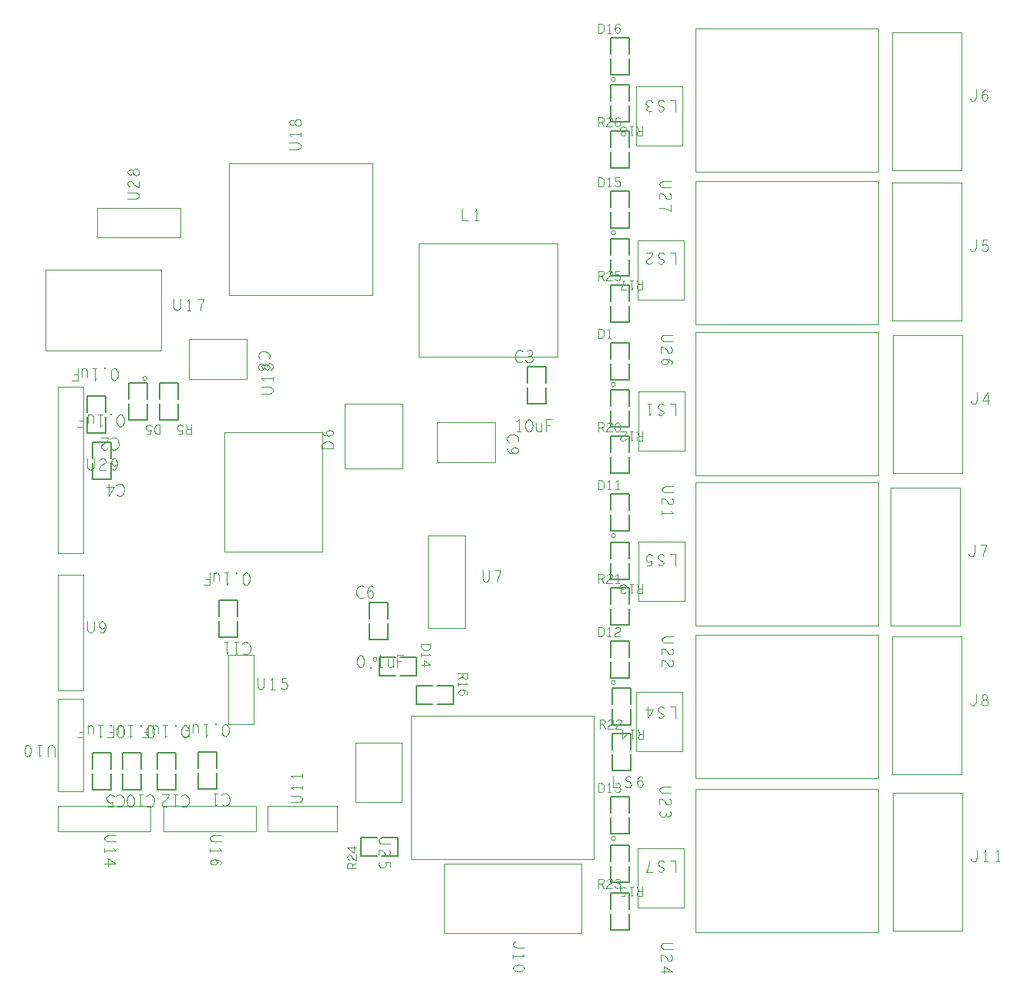
<source format=gbr>
G04 CAM350 V10.0.1 (Build 312) Date:  Thu Jul 28 16:14:55 2016 *
G04 Database: C:\arctmp\odbjob_v7\odbjob_v7.cam *
G04 Layer 1: sst *
%FSLAX23Y23*%
%MOIN*%
%SFA1.000B1.000*%

%MIA0B0*%
%IPPOS*%
%ADD10C,0.00000*%
%ADD11C,0.00800*%
%LNsst*%
%LPD*%
G54D10*
X16385Y8101D02*
G01Y7929D01*
Y7929D02*
G01X16635D01*
Y7929D02*
G01Y8101D01*
Y8101D02*
G01X16385D01*
X16731Y8017D02*
G01X16733Y8021D01*
Y8021D02*
G01X16735Y8025D01*
Y8025D02*
G01Y8030D01*
Y8030D02*
G01X16732Y8036D01*
Y8036D02*
G01X16728Y8040D01*
Y8040D02*
G01X16723Y8044D01*
Y8044D02*
G01X16715Y8046D01*
Y8046D02*
G01X16707Y8047D01*
Y8047D02*
G01X16700Y8046D01*
Y8046D02*
G01X16695Y8044D01*
Y8044D02*
G01X16690Y8040D01*
Y8040D02*
G01X16687Y8035D01*
Y8035D02*
G01X16685Y8031D01*
Y8031D02*
G01Y8027D01*
Y8027D02*
G01X16687Y8022D01*
Y8022D02*
G01X16689Y8018D01*
Y8018D02*
G01X16692Y8015D01*
X16691Y7991D02*
G01X16687Y7986D01*
Y7986D02*
G01X16685Y7981D01*
Y7981D02*
G01X16687Y7976D01*
Y7976D02*
G01X16692Y7972D01*
Y7972D02*
G01X16699Y7969D01*
Y7969D02*
G01X16707Y7967D01*
Y7967D02*
G01X16716D01*
Y7967D02*
G01X16723Y7969D01*
Y7969D02*
G01X16730Y7972D01*
Y7972D02*
G01X16733Y7976D01*
Y7976D02*
G01X16735Y7980D01*
Y7980D02*
G01X16733Y7985D01*
Y7985D02*
G01X16730Y7989D01*
Y7989D02*
G01X16725Y7991D01*
Y7991D02*
G01X16718Y7993D01*
Y7993D02*
G01X16713Y7991D01*
Y7991D02*
G01X16707Y7988D01*
Y7988D02*
G01X16703Y7984D01*
Y7984D02*
G01X16702Y7980D01*
Y7980D02*
G01X16704Y7975D01*
Y7975D02*
G01X16708Y7971D01*
Y7971D02*
G01X16716Y7967D01*
X15310Y8461D02*
G01Y8289D01*
Y8289D02*
G01X15560D01*
Y8289D02*
G01Y8461D01*
Y8461D02*
G01X15310D01*
X15656Y8377D02*
G01X15658Y8381D01*
Y8381D02*
G01X15660Y8385D01*
Y8385D02*
G01Y8390D01*
Y8390D02*
G01X15657Y8396D01*
Y8396D02*
G01X15653Y8400D01*
Y8400D02*
G01X15648Y8404D01*
Y8404D02*
G01X15640Y8406D01*
Y8406D02*
G01X15632Y8407D01*
Y8407D02*
G01X15625Y8406D01*
Y8406D02*
G01X15620Y8404D01*
Y8404D02*
G01X15615Y8400D01*
Y8400D02*
G01X15612Y8395D01*
Y8395D02*
G01X15610Y8391D01*
Y8391D02*
G01Y8387D01*
Y8387D02*
G01X15612Y8382D01*
Y8382D02*
G01X15614Y8378D01*
Y8378D02*
G01X15617Y8375D01*
X15610Y8340D02*
G01X15611Y8336D01*
Y8336D02*
G01X15613Y8331D01*
Y8331D02*
G01X15617Y8327D01*
Y8327D02*
G01X15623Y8326D01*
Y8326D02*
G01X15629Y8327D01*
Y8327D02*
G01X15634Y8331D01*
Y8331D02*
G01X15637Y8337D01*
Y8337D02*
G01Y8343D01*
Y8343D02*
G01X15638Y8347D01*
Y8347D02*
G01X15642Y8350D01*
Y8350D02*
G01X15648Y8351D01*
Y8351D02*
G01X15654Y8349D01*
Y8349D02*
G01X15658Y8345D01*
Y8345D02*
G01X15660Y8340D01*
Y8340D02*
G01X15658Y8335D01*
Y8335D02*
G01X15654Y8331D01*
Y8331D02*
G01X15648Y8329D01*
Y8329D02*
G01X15642Y8330D01*
Y8330D02*
G01X15638Y8333D01*
Y8333D02*
G01X15637Y8337D01*
Y8337D02*
G01Y8343D01*
Y8343D02*
G01X15634Y8349D01*
Y8349D02*
G01X15629Y8353D01*
Y8353D02*
G01X15623Y8354D01*
Y8354D02*
G01X15617Y8353D01*
Y8353D02*
G01X15613Y8349D01*
Y8349D02*
G01X15611Y8344D01*
Y8344D02*
G01X15610Y8340D01*
X14690Y8410D02*
G01X15190D01*
Y8410D02*
G01Y8760D01*
Y8760D02*
G01X14690D01*
Y8760D02*
G01Y8410D01*
X15245Y8635D02*
G01Y8599D01*
Y8599D02*
G01X15248Y8592D01*
Y8592D02*
G01X15253Y8587D01*
Y8587D02*
G01X15259Y8585D01*
Y8585D02*
G01X15265Y8587D01*
Y8587D02*
G01X15270Y8592D01*
Y8592D02*
G01X15273Y8599D01*
Y8599D02*
G01Y8635D01*
X15310Y8585D02*
G01Y8635D01*
Y8635D02*
G01X15302Y8625D01*
Y8585D02*
G01X15318D01*
X15360D02*
G01X15361Y8596D01*
Y8596D02*
G01X15363Y8605D01*
Y8605D02*
G01X15365Y8613D01*
Y8613D02*
G01X15369Y8622D01*
Y8622D02*
G01X15374Y8635D01*
Y8635D02*
G01X15348D01*
X16105Y8650D02*
G01Y9220D01*
Y9220D02*
G01X15485D01*
Y9220D02*
G01Y8650D01*
Y8650D02*
G01X16105D01*
X15745Y9282D02*
G01X15781D01*
Y9282D02*
G01X15788Y9285D01*
Y9285D02*
G01X15793Y9290D01*
Y9290D02*
G01X15795Y9296D01*
Y9296D02*
G01X15793Y9302D01*
Y9302D02*
G01X15788Y9307D01*
Y9307D02*
G01X15781Y9310D01*
Y9310D02*
G01X15745D01*
X15795Y9347D02*
G01X15745D01*
Y9347D02*
G01X15755Y9339D01*
X15795D02*
G01Y9355D01*
Y9398D02*
G01X15794Y9402D01*
Y9402D02*
G01X15792Y9407D01*
Y9407D02*
G01X15788Y9411D01*
Y9411D02*
G01X15782Y9412D01*
Y9412D02*
G01X15776Y9411D01*
Y9411D02*
G01X15771Y9407D01*
Y9407D02*
G01X15768Y9401D01*
Y9401D02*
G01Y9395D01*
Y9395D02*
G01X15767Y9391D01*
Y9391D02*
G01X15763Y9388D01*
Y9388D02*
G01X15757Y9387D01*
Y9387D02*
G01X15751Y9389D01*
Y9389D02*
G01X15747Y9393D01*
Y9393D02*
G01X15745Y9398D01*
Y9398D02*
G01X15747Y9403D01*
Y9403D02*
G01X15751Y9407D01*
Y9407D02*
G01X15757Y9409D01*
Y9409D02*
G01X15763Y9408D01*
Y9408D02*
G01X15767Y9405D01*
Y9405D02*
G01X15768Y9401D01*
Y9401D02*
G01Y9395D01*
Y9395D02*
G01X15771Y9389D01*
Y9389D02*
G01X15776Y9385D01*
Y9385D02*
G01X15782Y9384D01*
Y9384D02*
G01X15788Y9385D01*
Y9385D02*
G01X15792Y9389D01*
Y9389D02*
G01X15794Y9394D01*
Y9394D02*
G01X15795Y9398D01*
X16270Y6210D02*
G01X17060D01*
Y6210D02*
G01Y6830D01*
Y6830D02*
G01X16270D01*
Y6830D02*
G01Y6210D01*
X17145Y6570D02*
G01Y6520D01*
Y6520D02*
G01X17171D01*
X17196Y6527D02*
G01X17201Y6522D01*
Y6522D02*
G01X17206Y6520D01*
Y6520D02*
G01X17212D01*
Y6520D02*
G01X17217Y6522D01*
Y6522D02*
G01X17220Y6527D01*
Y6527D02*
G01X17222Y6533D01*
Y6533D02*
G01X17221Y6538D01*
Y6538D02*
G01X17218Y6543D01*
Y6543D02*
G01X17212Y6547D01*
Y6547D02*
G01X17205Y6548D01*
Y6548D02*
G01X17200Y6552D01*
Y6552D02*
G01X17198Y6557D01*
Y6557D02*
G01X17200Y6563D01*
Y6563D02*
G01X17203Y6567D01*
Y6567D02*
G01X17207Y6570D01*
Y6570D02*
G01X17212D01*
Y6570D02*
G01X17216Y6568D01*
Y6568D02*
G01X17220Y6564D01*
X17248Y6541D02*
G01X17252Y6547D01*
Y6547D02*
G01X17256Y6550D01*
Y6550D02*
G01X17261Y6552D01*
Y6552D02*
G01X17266Y6550D01*
Y6550D02*
G01X17269Y6547D01*
Y6547D02*
G01X17271Y6542D01*
Y6542D02*
G01X17272Y6536D01*
Y6536D02*
G01X17271Y6531D01*
Y6531D02*
G01X17269Y6526D01*
Y6526D02*
G01X17265Y6522D01*
Y6522D02*
G01X17261Y6520D01*
Y6520D02*
G01X17256Y6522D01*
Y6522D02*
G01X17251Y6527D01*
Y6527D02*
G01X17249Y6534D01*
Y6534D02*
G01X17248Y6542D01*
Y6542D02*
G01X17249Y6553D01*
Y6553D02*
G01X17251Y6559D01*
Y6559D02*
G01X17254Y6565D01*
Y6565D02*
G01X17259Y6569D01*
Y6569D02*
G01X17263Y6570D01*
Y6570D02*
G01X17268Y6568D01*
Y6568D02*
G01X17271Y6564D01*
X18290Y6515D02*
G01X17500D01*
Y6515D02*
G01Y5895D01*
Y5895D02*
G01X18290D01*
Y5895D02*
G01Y6515D01*
X17415Y6155D02*
G01Y6205D01*
Y6205D02*
G01X17389D01*
X17364Y6198D02*
G01X17359Y6203D01*
Y6203D02*
G01X17354Y6205D01*
Y6205D02*
G01X17348D01*
Y6205D02*
G01X17343Y6203D01*
Y6203D02*
G01X17340Y6198D01*
Y6198D02*
G01X17338Y6192D01*
Y6192D02*
G01X17339Y6187D01*
Y6187D02*
G01X17342Y6182D01*
Y6182D02*
G01X17348Y6178D01*
Y6178D02*
G01X17355Y6177D01*
Y6177D02*
G01X17360Y6173D01*
Y6173D02*
G01X17362Y6168D01*
Y6168D02*
G01X17360Y6162D01*
Y6162D02*
G01X17357Y6158D01*
Y6158D02*
G01X17353Y6155D01*
Y6155D02*
G01X17348D01*
Y6155D02*
G01X17344Y6157D01*
Y6157D02*
G01X17340Y6161D01*
X17301Y6205D02*
G01X17300Y6194D01*
Y6194D02*
G01X17298Y6185D01*
Y6185D02*
G01X17296Y6177D01*
Y6177D02*
G01X17292Y6168D01*
Y6168D02*
G01X17287Y6155D01*
Y6155D02*
G01X17313D01*
X18290Y7180D02*
G01X17500D01*
Y7180D02*
G01Y6560D01*
Y6560D02*
G01X18290D01*
Y6560D02*
G01Y7180D01*
X17415Y6820D02*
G01Y6870D01*
Y6870D02*
G01X17389D01*
X17364Y6863D02*
G01X17359Y6868D01*
Y6868D02*
G01X17354Y6870D01*
Y6870D02*
G01X17348D01*
Y6870D02*
G01X17343Y6868D01*
Y6868D02*
G01X17340Y6863D01*
Y6863D02*
G01X17338Y6857D01*
Y6857D02*
G01X17339Y6852D01*
Y6852D02*
G01X17342Y6847D01*
Y6847D02*
G01X17348Y6843D01*
Y6843D02*
G01X17355Y6842D01*
Y6842D02*
G01X17360Y6838D01*
Y6838D02*
G01X17362Y6833D01*
Y6833D02*
G01X17360Y6827D01*
Y6827D02*
G01X17357Y6823D01*
Y6823D02*
G01X17353Y6820D01*
Y6820D02*
G01X17348D01*
Y6820D02*
G01X17344Y6822D01*
Y6822D02*
G01X17340Y6826D01*
X17292Y6870D02*
G01Y6820D01*
Y6820D02*
G01X17316Y6856D01*
Y6856D02*
G01X17284D01*
X18290Y7840D02*
G01X17500D01*
Y7840D02*
G01Y7220D01*
Y7220D02*
G01X18290D01*
Y7220D02*
G01Y7840D01*
X17415Y7480D02*
G01Y7530D01*
Y7530D02*
G01X17389D01*
X17364Y7523D02*
G01X17359Y7528D01*
Y7528D02*
G01X17354Y7530D01*
Y7530D02*
G01X17348D01*
Y7530D02*
G01X17343Y7528D01*
Y7528D02*
G01X17340Y7523D01*
Y7523D02*
G01X17338Y7517D01*
Y7517D02*
G01X17339Y7512D01*
Y7512D02*
G01X17342Y7507D01*
Y7507D02*
G01X17348Y7503D01*
Y7503D02*
G01X17355Y7502D01*
Y7502D02*
G01X17360Y7498D01*
Y7498D02*
G01X17362Y7493D01*
Y7493D02*
G01X17360Y7487D01*
Y7487D02*
G01X17357Y7483D01*
Y7483D02*
G01X17353Y7480D01*
Y7480D02*
G01X17348D01*
Y7480D02*
G01X17344Y7482D01*
Y7482D02*
G01X17340Y7486D01*
X17314Y7523D02*
G01X17310Y7527D01*
Y7527D02*
G01X17306Y7529D01*
Y7529D02*
G01X17300Y7530D01*
Y7530D02*
G01X17294Y7528D01*
Y7528D02*
G01X17290Y7525D01*
Y7525D02*
G01X17287Y7519D01*
Y7519D02*
G01X17286Y7513D01*
Y7513D02*
G01X17287Y7506D01*
Y7506D02*
G01X17291Y7502D01*
Y7502D02*
G01X17295Y7498D01*
Y7498D02*
G01X17299D01*
Y7498D02*
G01X17304D01*
Y7498D02*
G01X17309Y7502D01*
Y7502D02*
G01X17308Y7480D01*
Y7480D02*
G01X17291D01*
X18290Y8490D02*
G01X17500D01*
Y8490D02*
G01Y7870D01*
Y7870D02*
G01X18290D01*
Y7870D02*
G01Y8490D01*
X17415Y8130D02*
G01Y8180D01*
Y8180D02*
G01X17389D01*
X17364Y8173D02*
G01X17359Y8178D01*
Y8178D02*
G01X17354Y8180D01*
Y8180D02*
G01X17348D01*
Y8180D02*
G01X17343Y8178D01*
Y8178D02*
G01X17340Y8173D01*
Y8173D02*
G01X17338Y8167D01*
Y8167D02*
G01X17339Y8162D01*
Y8162D02*
G01X17342Y8157D01*
Y8157D02*
G01X17348Y8153D01*
Y8153D02*
G01X17355Y8152D01*
Y8152D02*
G01X17360Y8148D01*
Y8148D02*
G01X17362Y8143D01*
Y8143D02*
G01X17360Y8137D01*
Y8137D02*
G01X17357Y8133D01*
Y8133D02*
G01X17353Y8130D01*
Y8130D02*
G01X17348D01*
Y8130D02*
G01X17344Y8132D01*
Y8132D02*
G01X17340Y8136D01*
X17300Y8180D02*
G01Y8130D01*
Y8130D02*
G01X17308Y8140D01*
Y8180D02*
G01X17292D01*
X18290Y9145D02*
G01X17500D01*
Y9145D02*
G01Y8525D01*
Y8525D02*
G01X18290D01*
Y8525D02*
G01Y9145D01*
X17415Y8785D02*
G01Y8835D01*
Y8835D02*
G01X17389D01*
X17364Y8828D02*
G01X17359Y8833D01*
Y8833D02*
G01X17354Y8835D01*
Y8835D02*
G01X17348D01*
Y8835D02*
G01X17343Y8833D01*
Y8833D02*
G01X17340Y8828D01*
Y8828D02*
G01X17338Y8822D01*
Y8822D02*
G01X17339Y8817D01*
Y8817D02*
G01X17342Y8812D01*
Y8812D02*
G01X17348Y8808D01*
Y8808D02*
G01X17355Y8807D01*
Y8807D02*
G01X17360Y8803D01*
Y8803D02*
G01X17362Y8798D01*
Y8798D02*
G01X17360Y8792D01*
Y8792D02*
G01X17357Y8788D01*
Y8788D02*
G01X17353Y8785D01*
Y8785D02*
G01X17348D01*
Y8785D02*
G01X17344Y8787D01*
Y8787D02*
G01X17340Y8791D01*
X17312Y8793D02*
G01X17308Y8788D01*
Y8788D02*
G01X17304Y8786D01*
Y8786D02*
G01X17299Y8785D01*
Y8785D02*
G01X17292Y8787D01*
Y8787D02*
G01X17288Y8791D01*
Y8791D02*
G01X17287Y8796D01*
Y8796D02*
G01Y8801D01*
Y8801D02*
G01X17290Y8805D01*
Y8805D02*
G01X17303Y8813D01*
Y8813D02*
G01X17308Y8819D01*
Y8819D02*
G01X17312Y8828D01*
Y8828D02*
G01X17313Y8835D01*
Y8835D02*
G01X17287D01*
X18290Y9805D02*
G01X17500D01*
Y9805D02*
G01Y9185D01*
Y9185D02*
G01X18290D01*
Y9185D02*
G01Y9805D01*
X17415Y9445D02*
G01Y9495D01*
Y9495D02*
G01X17389D01*
X17364Y9488D02*
G01X17359Y9493D01*
Y9493D02*
G01X17354Y9495D01*
Y9495D02*
G01X17348D01*
Y9495D02*
G01X17343Y9493D01*
Y9493D02*
G01X17340Y9488D01*
Y9488D02*
G01X17338Y9482D01*
Y9482D02*
G01X17339Y9477D01*
Y9477D02*
G01X17342Y9472D01*
Y9472D02*
G01X17348Y9468D01*
Y9468D02*
G01X17355Y9467D01*
Y9467D02*
G01X17360Y9463D01*
Y9463D02*
G01X17362Y9458D01*
Y9458D02*
G01X17360Y9452D01*
Y9452D02*
G01X17357Y9448D01*
Y9448D02*
G01X17353Y9445D01*
Y9445D02*
G01X17348D01*
Y9445D02*
G01X17344Y9447D01*
Y9447D02*
G01X17340Y9451D01*
X17314Y9485D02*
G01X17310Y9491D01*
Y9491D02*
G01X17305Y9494D01*
Y9494D02*
G01X17299Y9495D01*
Y9495D02*
G01X17294Y9494D01*
Y9494D02*
G01X17289Y9490D01*
Y9490D02*
G01X17286Y9485D01*
Y9485D02*
G01X17285Y9480D01*
Y9480D02*
G01X17287Y9474D01*
Y9474D02*
G01X17291Y9470D01*
Y9470D02*
G01X17296Y9468D01*
Y9468D02*
G01X17301D01*
X17296D02*
G01X17292Y9466D01*
Y9466D02*
G01X17289Y9462D01*
Y9462D02*
G01X17287Y9457D01*
Y9457D02*
G01X17289Y9452D01*
Y9452D02*
G01X17292Y9448D01*
Y9448D02*
G01X17297Y9445D01*
Y9445D02*
G01X17303Y9446D01*
Y9446D02*
G01X17309Y9449D01*
X16412Y6190D02*
G01Y5890D01*
Y5890D02*
G01X17008D01*
Y5890D02*
G01Y6190D01*
Y6190D02*
G01X16412D01*
X16720Y5854D02*
G01X16715Y5850D01*
Y5850D02*
G01X16712Y5847D01*
Y5847D02*
G01X16710Y5842D01*
Y5842D02*
G01X16712Y5837D01*
Y5837D02*
G01X16715Y5833D01*
Y5833D02*
G01X16720Y5830D01*
Y5830D02*
G01X16727Y5828D01*
Y5828D02*
G01X16760D01*
X16710Y5790D02*
G01X16760D01*
Y5790D02*
G01X16750Y5798D01*
X16710D02*
G01Y5782D01*
X16760Y5739D02*
G01X16758Y5744D01*
Y5744D02*
G01X16754Y5748D01*
Y5748D02*
G01X16749Y5750D01*
Y5750D02*
G01X16742Y5752D01*
Y5752D02*
G01X16735Y5753D01*
Y5753D02*
G01X16727Y5752D01*
Y5752D02*
G01X16721Y5750D01*
Y5750D02*
G01X16716Y5748D01*
Y5748D02*
G01X16712Y5744D01*
Y5744D02*
G01X16710Y5739D01*
Y5739D02*
G01X16712Y5734D01*
Y5734D02*
G01X16716Y5730D01*
Y5730D02*
G01X16721Y5728D01*
Y5728D02*
G01X16727Y5726D01*
Y5726D02*
G01X16735Y5725D01*
Y5725D02*
G01X16742Y5726D01*
Y5726D02*
G01X16749Y5728D01*
Y5728D02*
G01X16754Y5730D01*
Y5730D02*
G01X16758Y5734D01*
Y5734D02*
G01X16760Y5739D01*
X18355Y5902D02*
G01X18655D01*
Y5902D02*
G01Y6498D01*
Y6498D02*
G01X18355D01*
Y6498D02*
G01Y5902D01*
X18691Y6210D02*
G01X18695Y6205D01*
Y6205D02*
G01X18698Y6202D01*
Y6202D02*
G01X18703Y6200D01*
Y6200D02*
G01X18708Y6202D01*
Y6202D02*
G01X18712Y6205D01*
Y6205D02*
G01X18715Y6210D01*
Y6210D02*
G01X18717Y6217D01*
Y6217D02*
G01Y6250D01*
X18755Y6200D02*
G01Y6250D01*
Y6250D02*
G01X18747Y6240D01*
Y6200D02*
G01X18763D01*
X18806D02*
G01Y6250D01*
Y6250D02*
G01X18798Y6240D01*
Y6200D02*
G01X18814D01*
X18350Y6577D02*
G01X18650D01*
Y6577D02*
G01Y7173D01*
Y7173D02*
G01X18350D01*
Y7173D02*
G01Y6577D01*
X18686Y6885D02*
G01X18690Y6880D01*
Y6880D02*
G01X18693Y6877D01*
Y6877D02*
G01X18698Y6875D01*
Y6875D02*
G01X18703Y6877D01*
Y6877D02*
G01X18707Y6880D01*
Y6880D02*
G01X18710Y6885D01*
Y6885D02*
G01X18712Y6892D01*
Y6892D02*
G01Y6925D01*
X18750Y6875D02*
G01X18754Y6876D01*
Y6876D02*
G01X18759Y6878D01*
Y6878D02*
G01X18763Y6882D01*
Y6882D02*
G01X18764Y6888D01*
Y6888D02*
G01X18763Y6894D01*
Y6894D02*
G01X18759Y6899D01*
Y6899D02*
G01X18753Y6902D01*
Y6902D02*
G01X18747D01*
Y6902D02*
G01X18743Y6903D01*
Y6903D02*
G01X18740Y6907D01*
Y6907D02*
G01X18739Y6913D01*
Y6913D02*
G01X18741Y6919D01*
Y6919D02*
G01X18745Y6923D01*
Y6923D02*
G01X18750Y6925D01*
Y6925D02*
G01X18755Y6923D01*
Y6923D02*
G01X18759Y6919D01*
Y6919D02*
G01X18761Y6913D01*
Y6913D02*
G01X18760Y6907D01*
Y6907D02*
G01X18757Y6903D01*
Y6903D02*
G01X18753Y6902D01*
Y6902D02*
G01X18747D01*
Y6902D02*
G01X18741Y6899D01*
Y6899D02*
G01X18737Y6894D01*
Y6894D02*
G01X18736Y6888D01*
Y6888D02*
G01X18737Y6882D01*
Y6882D02*
G01X18741Y6878D01*
Y6878D02*
G01X18746Y6876D01*
Y6876D02*
G01X18750Y6875D01*
X18345Y7222D02*
G01X18645D01*
Y7222D02*
G01Y7818D01*
Y7818D02*
G01X18345D01*
Y7818D02*
G01Y7222D01*
X18681Y7530D02*
G01X18685Y7525D01*
Y7525D02*
G01X18688Y7522D01*
Y7522D02*
G01X18693Y7520D01*
Y7520D02*
G01X18698Y7522D01*
Y7522D02*
G01X18702Y7525D01*
Y7525D02*
G01X18705Y7530D01*
Y7530D02*
G01X18707Y7537D01*
Y7537D02*
G01Y7570D01*
X18744Y7520D02*
G01X18745Y7531D01*
Y7531D02*
G01X18747Y7540D01*
Y7540D02*
G01X18749Y7548D01*
Y7548D02*
G01X18753Y7557D01*
Y7557D02*
G01X18758Y7570D01*
Y7570D02*
G01X18732D01*
X18355Y7882D02*
G01X18655D01*
Y7882D02*
G01Y8478D01*
Y8478D02*
G01X18355D01*
Y8478D02*
G01Y7882D01*
X18691Y8190D02*
G01X18695Y8185D01*
Y8185D02*
G01X18698Y8182D01*
Y8182D02*
G01X18703Y8180D01*
Y8180D02*
G01X18708Y8182D01*
Y8182D02*
G01X18712Y8185D01*
Y8185D02*
G01X18715Y8190D01*
Y8190D02*
G01X18717Y8197D01*
Y8197D02*
G01Y8230D01*
X18763Y8180D02*
G01Y8230D01*
Y8230D02*
G01X18739Y8194D01*
Y8194D02*
G01X18771D01*
X18350Y8542D02*
G01X18650D01*
Y8542D02*
G01Y9138D01*
Y9138D02*
G01X18350D01*
Y9138D02*
G01Y8542D01*
X18686Y8850D02*
G01X18690Y8845D01*
Y8845D02*
G01X18693Y8842D01*
Y8842D02*
G01X18698Y8840D01*
Y8840D02*
G01X18703Y8842D01*
Y8842D02*
G01X18707Y8845D01*
Y8845D02*
G01X18710Y8850D01*
Y8850D02*
G01X18712Y8857D01*
Y8857D02*
G01Y8890D01*
X18736Y8847D02*
G01X18740Y8843D01*
Y8843D02*
G01X18744Y8841D01*
Y8841D02*
G01X18750Y8840D01*
Y8840D02*
G01X18756Y8842D01*
Y8842D02*
G01X18760Y8845D01*
Y8845D02*
G01X18763Y8851D01*
Y8851D02*
G01X18764Y8857D01*
Y8857D02*
G01X18763Y8864D01*
Y8864D02*
G01X18759Y8868D01*
Y8868D02*
G01X18755Y8872D01*
Y8872D02*
G01X18751D01*
Y8872D02*
G01X18746D01*
Y8872D02*
G01X18741Y8868D01*
Y8868D02*
G01X18742Y8890D01*
Y8890D02*
G01X18759D01*
X18350Y9192D02*
G01X18650D01*
Y9192D02*
G01Y9788D01*
Y9788D02*
G01X18350D01*
Y9788D02*
G01Y9192D01*
X18686Y9500D02*
G01X18690Y9495D01*
Y9495D02*
G01X18693Y9492D01*
Y9492D02*
G01X18698Y9490D01*
Y9490D02*
G01X18703Y9492D01*
Y9492D02*
G01X18707Y9495D01*
Y9495D02*
G01X18710Y9500D01*
Y9500D02*
G01X18712Y9507D01*
Y9507D02*
G01Y9540D01*
X18738Y9511D02*
G01X18742Y9517D01*
Y9517D02*
G01X18746Y9520D01*
Y9520D02*
G01X18751Y9522D01*
Y9522D02*
G01X18756Y9520D01*
Y9520D02*
G01X18759Y9517D01*
Y9517D02*
G01X18761Y9512D01*
Y9512D02*
G01X18762Y9506D01*
Y9506D02*
G01X18761Y9501D01*
Y9501D02*
G01X18759Y9496D01*
Y9496D02*
G01X18755Y9492D01*
Y9492D02*
G01X18751Y9490D01*
Y9490D02*
G01X18746Y9492D01*
Y9492D02*
G01X18741Y9497D01*
Y9497D02*
G01X18739Y9504D01*
Y9504D02*
G01X18738Y9512D01*
Y9512D02*
G01X18739Y9523D01*
Y9523D02*
G01X18741Y9529D01*
Y9529D02*
G01X18744Y9535D01*
Y9535D02*
G01X18749Y9539D01*
Y9539D02*
G01X18753Y9540D01*
Y9540D02*
G01X18758Y9538D01*
Y9538D02*
G01X18761Y9534D01*
X16030Y6713D02*
G01Y6457D01*
Y6457D02*
G01X16230D01*
Y6457D02*
G01Y6713D01*
Y6713D02*
G01X16030D01*
X16180Y6304D02*
G01X16144D01*
Y6304D02*
G01X16137Y6301D01*
Y6301D02*
G01X16132Y6296D01*
Y6296D02*
G01X16130Y6290D01*
Y6290D02*
G01X16132Y6284D01*
Y6284D02*
G01X16137Y6279D01*
Y6279D02*
G01X16144Y6276D01*
Y6276D02*
G01X16180D01*
X16172Y6251D02*
G01X16177Y6247D01*
Y6247D02*
G01X16179Y6243D01*
Y6243D02*
G01X16180Y6238D01*
Y6238D02*
G01X16178Y6231D01*
Y6231D02*
G01X16174Y6227D01*
Y6227D02*
G01X16169Y6226D01*
Y6226D02*
G01X16164D01*
Y6226D02*
G01X16160Y6229D01*
Y6229D02*
G01X16152Y6242D01*
Y6242D02*
G01X16146Y6247D01*
Y6247D02*
G01X16137Y6251D01*
Y6251D02*
G01X16130Y6252D01*
Y6252D02*
G01Y6226D01*
X16137Y6202D02*
G01X16133Y6198D01*
Y6198D02*
G01X16131Y6194D01*
Y6194D02*
G01X16130Y6188D01*
Y6188D02*
G01X16132Y6182D01*
Y6182D02*
G01X16135Y6178D01*
Y6178D02*
G01X16141Y6175D01*
Y6175D02*
G01X16147Y6174D01*
Y6174D02*
G01X16154Y6175D01*
Y6175D02*
G01X16158Y6179D01*
Y6179D02*
G01X16162Y6183D01*
Y6183D02*
G01Y6187D01*
Y6187D02*
G01Y6192D01*
Y6192D02*
G01X16158Y6197D01*
Y6197D02*
G01X16180Y6196D01*
Y6196D02*
G01Y6179D01*
X17250Y6258D02*
G01Y6002D01*
Y6002D02*
G01X17450D01*
Y6002D02*
G01Y6258D01*
Y6258D02*
G01X17250D01*
X17400Y5849D02*
G01X17364D01*
Y5849D02*
G01X17357Y5846D01*
Y5846D02*
G01X17352Y5841D01*
Y5841D02*
G01X17350Y5835D01*
Y5835D02*
G01X17352Y5829D01*
Y5829D02*
G01X17357Y5824D01*
Y5824D02*
G01X17364Y5821D01*
Y5821D02*
G01X17400D01*
X17392Y5796D02*
G01X17397Y5792D01*
Y5792D02*
G01X17399Y5788D01*
Y5788D02*
G01X17400Y5783D01*
Y5783D02*
G01X17398Y5776D01*
Y5776D02*
G01X17394Y5772D01*
Y5772D02*
G01X17389Y5771D01*
Y5771D02*
G01X17384D01*
Y5771D02*
G01X17380Y5774D01*
Y5774D02*
G01X17372Y5787D01*
Y5787D02*
G01X17366Y5792D01*
Y5792D02*
G01X17357Y5796D01*
Y5796D02*
G01X17350Y5797D01*
Y5797D02*
G01Y5771D01*
Y5725D02*
G01X17400D01*
Y5725D02*
G01X17364Y5749D01*
Y5749D02*
G01Y5717D01*
X17245Y6933D02*
G01Y6677D01*
Y6677D02*
G01X17445D01*
Y6677D02*
G01Y6933D01*
Y6933D02*
G01X17245D01*
X17395Y6524D02*
G01X17359D01*
Y6524D02*
G01X17352Y6521D01*
Y6521D02*
G01X17347Y6516D01*
Y6516D02*
G01X17345Y6510D01*
Y6510D02*
G01X17347Y6504D01*
Y6504D02*
G01X17352Y6499D01*
Y6499D02*
G01X17359Y6496D01*
Y6496D02*
G01X17395D01*
X17387Y6471D02*
G01X17392Y6467D01*
Y6467D02*
G01X17394Y6463D01*
Y6463D02*
G01X17395Y6458D01*
Y6458D02*
G01X17393Y6451D01*
Y6451D02*
G01X17389Y6447D01*
Y6447D02*
G01X17384Y6446D01*
Y6446D02*
G01X17379D01*
Y6446D02*
G01X17375Y6449D01*
Y6449D02*
G01X17367Y6462D01*
Y6462D02*
G01X17361Y6467D01*
Y6467D02*
G01X17352Y6471D01*
Y6471D02*
G01X17345Y6472D01*
Y6472D02*
G01Y6446D01*
X17355Y6422D02*
G01X17349Y6418D01*
Y6418D02*
G01X17346Y6413D01*
Y6413D02*
G01X17345Y6407D01*
Y6407D02*
G01X17346Y6402D01*
Y6402D02*
G01X17350Y6397D01*
Y6397D02*
G01X17355Y6394D01*
Y6394D02*
G01X17360Y6393D01*
Y6393D02*
G01X17366Y6395D01*
Y6395D02*
G01X17370Y6399D01*
Y6399D02*
G01X17372Y6404D01*
Y6404D02*
G01Y6409D01*
Y6404D02*
G01X17374Y6400D01*
Y6400D02*
G01X17378Y6397D01*
Y6397D02*
G01X17383Y6395D01*
Y6395D02*
G01X17388Y6397D01*
Y6397D02*
G01X17392Y6400D01*
Y6400D02*
G01X17395Y6405D01*
Y6405D02*
G01X17394Y6411D01*
Y6411D02*
G01X17391Y6417D01*
X17255Y7583D02*
G01Y7327D01*
Y7327D02*
G01X17455D01*
Y7327D02*
G01Y7583D01*
Y7583D02*
G01X17255D01*
X17405Y7174D02*
G01X17369D01*
Y7174D02*
G01X17362Y7171D01*
Y7171D02*
G01X17357Y7166D01*
Y7166D02*
G01X17355Y7160D01*
Y7160D02*
G01X17357Y7154D01*
Y7154D02*
G01X17362Y7149D01*
Y7149D02*
G01X17369Y7146D01*
Y7146D02*
G01X17405D01*
X17397Y7121D02*
G01X17402Y7117D01*
Y7117D02*
G01X17404Y7113D01*
Y7113D02*
G01X17405Y7108D01*
Y7108D02*
G01X17403Y7101D01*
Y7101D02*
G01X17399Y7097D01*
Y7097D02*
G01X17394Y7096D01*
Y7096D02*
G01X17389D01*
Y7096D02*
G01X17385Y7099D01*
Y7099D02*
G01X17377Y7112D01*
Y7112D02*
G01X17371Y7117D01*
Y7117D02*
G01X17362Y7121D01*
Y7121D02*
G01X17355Y7122D01*
Y7122D02*
G01Y7096D01*
X17397Y7070D02*
G01X17402Y7066D01*
Y7066D02*
G01X17404Y7062D01*
Y7062D02*
G01X17405Y7057D01*
Y7057D02*
G01X17403Y7050D01*
Y7050D02*
G01X17399Y7046D01*
Y7046D02*
G01X17394Y7045D01*
Y7045D02*
G01X17389D01*
Y7045D02*
G01X17385Y7048D01*
Y7048D02*
G01X17377Y7061D01*
Y7061D02*
G01X17371Y7066D01*
Y7066D02*
G01X17362Y7070D01*
Y7070D02*
G01X17355Y7071D01*
Y7071D02*
G01Y7045D01*
X17255Y8233D02*
G01Y7977D01*
Y7977D02*
G01X17455D01*
Y7977D02*
G01Y8233D01*
Y8233D02*
G01X17255D01*
X17405Y7824D02*
G01X17369D01*
Y7824D02*
G01X17362Y7821D01*
Y7821D02*
G01X17357Y7816D01*
Y7816D02*
G01X17355Y7810D01*
Y7810D02*
G01X17357Y7804D01*
Y7804D02*
G01X17362Y7799D01*
Y7799D02*
G01X17369Y7796D01*
Y7796D02*
G01X17405D01*
X17397Y7771D02*
G01X17402Y7767D01*
Y7767D02*
G01X17404Y7763D01*
Y7763D02*
G01X17405Y7758D01*
Y7758D02*
G01X17403Y7751D01*
Y7751D02*
G01X17399Y7747D01*
Y7747D02*
G01X17394Y7746D01*
Y7746D02*
G01X17389D01*
Y7746D02*
G01X17385Y7749D01*
Y7749D02*
G01X17377Y7762D01*
Y7762D02*
G01X17371Y7767D01*
Y7767D02*
G01X17362Y7771D01*
Y7771D02*
G01X17355Y7772D01*
Y7772D02*
G01Y7746D01*
Y7708D02*
G01X17405D01*
Y7708D02*
G01X17395Y7716D01*
X17355D02*
G01Y7700D01*
X17250Y8888D02*
G01Y8632D01*
Y8632D02*
G01X17450D01*
Y8632D02*
G01Y8888D01*
Y8888D02*
G01X17250D01*
X17400Y8479D02*
G01X17364D01*
Y8479D02*
G01X17357Y8476D01*
Y8476D02*
G01X17352Y8471D01*
Y8471D02*
G01X17350Y8465D01*
Y8465D02*
G01X17352Y8459D01*
Y8459D02*
G01X17357Y8454D01*
Y8454D02*
G01X17364Y8451D01*
Y8451D02*
G01X17400D01*
X17392Y8426D02*
G01X17397Y8422D01*
Y8422D02*
G01X17399Y8418D01*
Y8418D02*
G01X17400Y8413D01*
Y8413D02*
G01X17398Y8406D01*
Y8406D02*
G01X17394Y8402D01*
Y8402D02*
G01X17389Y8401D01*
Y8401D02*
G01X17384D01*
Y8401D02*
G01X17380Y8404D01*
Y8404D02*
G01X17372Y8417D01*
Y8417D02*
G01X17366Y8422D01*
Y8422D02*
G01X17357Y8426D01*
Y8426D02*
G01X17350Y8427D01*
Y8427D02*
G01Y8401D01*
X17371Y8375D02*
G01X17377Y8371D01*
Y8371D02*
G01X17380Y8367D01*
Y8367D02*
G01X17382Y8362D01*
Y8362D02*
G01X17380Y8357D01*
Y8357D02*
G01X17377Y8354D01*
Y8354D02*
G01X17372Y8352D01*
Y8352D02*
G01X17366Y8351D01*
Y8351D02*
G01X17361Y8352D01*
Y8352D02*
G01X17356Y8354D01*
Y8354D02*
G01X17352Y8358D01*
Y8358D02*
G01X17350Y8362D01*
Y8362D02*
G01X17352Y8367D01*
Y8367D02*
G01X17357Y8372D01*
Y8372D02*
G01X17364Y8374D01*
Y8374D02*
G01X17372Y8375D01*
Y8375D02*
G01X17383Y8374D01*
Y8374D02*
G01X17389Y8372D01*
Y8372D02*
G01X17395Y8369D01*
Y8369D02*
G01X17399Y8364D01*
Y8364D02*
G01X17400Y8360D01*
Y8360D02*
G01X17398Y8355D01*
Y8355D02*
G01X17394Y8352D01*
X17245Y9553D02*
G01Y9297D01*
Y9297D02*
G01X17445D01*
Y9297D02*
G01Y9553D01*
Y9553D02*
G01X17245D01*
X17395Y9144D02*
G01X17359D01*
Y9144D02*
G01X17352Y9141D01*
Y9141D02*
G01X17347Y9136D01*
Y9136D02*
G01X17345Y9130D01*
Y9130D02*
G01X17347Y9124D01*
Y9124D02*
G01X17352Y9119D01*
Y9119D02*
G01X17359Y9116D01*
Y9116D02*
G01X17395D01*
X17387Y9091D02*
G01X17392Y9087D01*
Y9087D02*
G01X17394Y9083D01*
Y9083D02*
G01X17395Y9078D01*
Y9078D02*
G01X17393Y9071D01*
Y9071D02*
G01X17389Y9067D01*
Y9067D02*
G01X17384Y9066D01*
Y9066D02*
G01X17379D01*
Y9066D02*
G01X17375Y9069D01*
Y9069D02*
G01X17367Y9082D01*
Y9082D02*
G01X17361Y9087D01*
Y9087D02*
G01X17352Y9091D01*
Y9091D02*
G01X17345Y9092D01*
Y9092D02*
G01Y9066D01*
Y9029D02*
G01X17356Y9028D01*
Y9028D02*
G01X17365Y9026D01*
Y9026D02*
G01X17373Y9024D01*
Y9024D02*
G01X17382Y9020D01*
Y9020D02*
G01X17395Y9015D01*
Y9015D02*
G01Y9041D01*
X16345Y7210D02*
G01X16505D01*
Y7210D02*
G01Y7610D01*
Y7610D02*
G01X16345D01*
Y7610D02*
G01Y7210D01*
X16580Y7460D02*
G01Y7424D01*
Y7424D02*
G01X16583Y7417D01*
Y7417D02*
G01X16588Y7412D01*
Y7412D02*
G01X16594Y7410D01*
Y7410D02*
G01X16600Y7412D01*
Y7412D02*
G01X16605Y7417D01*
Y7417D02*
G01X16608Y7424D01*
Y7424D02*
G01Y7460D01*
X16644Y7410D02*
G01X16645Y7421D01*
Y7421D02*
G01X16647Y7430D01*
Y7430D02*
G01X16649Y7438D01*
Y7438D02*
G01X16653Y7447D01*
Y7447D02*
G01X16658Y7460D01*
Y7460D02*
G01X16632D01*
X15480Y6795D02*
G01X15590D01*
Y6795D02*
G01Y7095D01*
Y7095D02*
G01X15480D01*
Y7095D02*
G01Y6795D01*
X15606Y6995D02*
G01Y6959D01*
Y6959D02*
G01X15609Y6952D01*
Y6952D02*
G01X15614Y6947D01*
Y6947D02*
G01X15620Y6945D01*
Y6945D02*
G01X15626Y6947D01*
Y6947D02*
G01X15631Y6952D01*
Y6952D02*
G01X15634Y6959D01*
Y6959D02*
G01Y6995D01*
X15671Y6945D02*
G01Y6995D01*
Y6995D02*
G01X15663Y6985D01*
Y6945D02*
G01X15679D01*
X15708Y6952D02*
G01X15712Y6948D01*
Y6948D02*
G01X15716Y6946D01*
Y6946D02*
G01X15722Y6945D01*
Y6945D02*
G01X15728Y6947D01*
Y6947D02*
G01X15732Y6950D01*
Y6950D02*
G01X15735Y6956D01*
Y6956D02*
G01X15736Y6962D01*
Y6962D02*
G01X15735Y6969D01*
Y6969D02*
G01X15731Y6973D01*
Y6973D02*
G01X15727Y6977D01*
Y6977D02*
G01X15723D01*
Y6977D02*
G01X15718D01*
Y6977D02*
G01X15713Y6973D01*
Y6973D02*
G01X15714Y6995D01*
Y6995D02*
G01X15731D01*
X15950Y6330D02*
G01Y6440D01*
Y6440D02*
G01X15650D01*
Y6440D02*
G01Y6330D01*
Y6330D02*
G01X15950D01*
X15750Y6456D02*
G01X15786D01*
Y6456D02*
G01X15793Y6459D01*
Y6459D02*
G01X15798Y6464D01*
Y6464D02*
G01X15800Y6470D01*
Y6470D02*
G01X15798Y6476D01*
Y6476D02*
G01X15793Y6481D01*
Y6481D02*
G01X15786Y6484D01*
Y6484D02*
G01X15750D01*
X15800Y6521D02*
G01X15750D01*
Y6521D02*
G01X15760Y6513D01*
X15800D02*
G01Y6529D01*
Y6572D02*
G01X15750D01*
Y6572D02*
G01X15760Y6564D01*
X15800D02*
G01Y6580D01*
X15200Y6440D02*
G01Y6330D01*
Y6330D02*
G01X15600D01*
Y6330D02*
G01Y6440D01*
Y6440D02*
G01X15200D01*
X15450Y6314D02*
G01X15414D01*
Y6314D02*
G01X15407Y6311D01*
Y6311D02*
G01X15402Y6306D01*
Y6306D02*
G01X15400Y6300D01*
Y6300D02*
G01X15402Y6294D01*
Y6294D02*
G01X15407Y6289D01*
Y6289D02*
G01X15414Y6286D01*
Y6286D02*
G01X15450D01*
X15400Y6249D02*
G01X15450D01*
Y6249D02*
G01X15440Y6257D01*
X15400D02*
G01Y6241D01*
X15421Y6210D02*
G01X15427Y6206D01*
Y6206D02*
G01X15430Y6202D01*
Y6202D02*
G01X15432Y6197D01*
Y6197D02*
G01X15430Y6192D01*
Y6192D02*
G01X15427Y6189D01*
Y6189D02*
G01X15422Y6187D01*
Y6187D02*
G01X15416Y6186D01*
Y6186D02*
G01X15411Y6187D01*
Y6187D02*
G01X15406Y6189D01*
Y6189D02*
G01X15402Y6193D01*
Y6193D02*
G01X15400Y6197D01*
Y6197D02*
G01X15402Y6202D01*
Y6202D02*
G01X15407Y6207D01*
Y6207D02*
G01X15414Y6209D01*
Y6209D02*
G01X15422Y6210D01*
Y6210D02*
G01X15433Y6209D01*
Y6209D02*
G01X15439Y6207D01*
Y6207D02*
G01X15445Y6204D01*
Y6204D02*
G01X15449Y6199D01*
Y6199D02*
G01X15450Y6195D01*
Y6195D02*
G01X15448Y6190D01*
Y6190D02*
G01X15444Y6187D01*
X14745Y6440D02*
G01Y6330D01*
Y6330D02*
G01X15145D01*
Y6330D02*
G01Y6440D01*
Y6440D02*
G01X14745D01*
X14995Y6314D02*
G01X14959D01*
Y6314D02*
G01X14952Y6311D01*
Y6311D02*
G01X14947Y6306D01*
Y6306D02*
G01X14945Y6300D01*
Y6300D02*
G01X14947Y6294D01*
Y6294D02*
G01X14952Y6289D01*
Y6289D02*
G01X14959Y6286D01*
Y6286D02*
G01X14995D01*
X14945Y6249D02*
G01X14995D01*
Y6249D02*
G01X14985Y6257D01*
X14945D02*
G01Y6241D01*
Y6190D02*
G01X14995D01*
Y6190D02*
G01X14959Y6214D01*
Y6214D02*
G01Y6182D01*
X14855Y6905D02*
G01X14745D01*
Y6905D02*
G01Y6505D01*
Y6505D02*
G01X14855D01*
Y6505D02*
G01Y6905D01*
X14729Y6655D02*
G01Y6691D01*
Y6691D02*
G01X14726Y6698D01*
Y6698D02*
G01X14721Y6703D01*
Y6703D02*
G01X14715Y6705D01*
Y6705D02*
G01X14709Y6703D01*
Y6703D02*
G01X14704Y6698D01*
Y6698D02*
G01X14701Y6691D01*
Y6691D02*
G01Y6655D01*
X14664Y6705D02*
G01Y6655D01*
Y6655D02*
G01X14672Y6665D01*
Y6705D02*
G01X14656D01*
X14613Y6655D02*
G01X14618Y6657D01*
Y6657D02*
G01X14622Y6661D01*
Y6661D02*
G01X14624Y6666D01*
Y6666D02*
G01X14626Y6673D01*
Y6673D02*
G01X14627Y6680D01*
Y6680D02*
G01X14626Y6688D01*
Y6688D02*
G01X14624Y6694D01*
Y6694D02*
G01X14622Y6699D01*
Y6699D02*
G01X14618Y6703D01*
Y6703D02*
G01X14613Y6705D01*
Y6705D02*
G01X14608Y6703D01*
Y6703D02*
G01X14604Y6699D01*
Y6699D02*
G01X14602Y6694D01*
Y6694D02*
G01X14600Y6688D01*
Y6688D02*
G01X14599Y6680D01*
Y6680D02*
G01X14600Y6673D01*
Y6673D02*
G01X14602Y6666D01*
Y6666D02*
G01X14604Y6661D01*
Y6661D02*
G01X14608Y6657D01*
Y6657D02*
G01X14613Y6655D01*
X14745Y6940D02*
G01X14855D01*
Y6940D02*
G01Y7440D01*
Y7440D02*
G01X14745D01*
Y7440D02*
G01Y6940D01*
X14871Y7240D02*
G01Y7204D01*
Y7204D02*
G01X14874Y7197D01*
Y7197D02*
G01X14879Y7192D01*
Y7192D02*
G01X14885Y7190D01*
Y7190D02*
G01X14891Y7192D01*
Y7192D02*
G01X14896Y7197D01*
Y7197D02*
G01X14899Y7204D01*
Y7204D02*
G01Y7240D01*
X14925Y7196D02*
G01X14930Y7192D01*
Y7192D02*
G01X14935Y7190D01*
Y7190D02*
G01X14940Y7192D01*
Y7192D02*
G01X14944Y7197D01*
Y7197D02*
G01X14947Y7204D01*
Y7204D02*
G01X14949Y7212D01*
Y7212D02*
G01Y7221D01*
Y7221D02*
G01X14947Y7228D01*
Y7228D02*
G01X14944Y7235D01*
Y7235D02*
G01X14940Y7238D01*
Y7238D02*
G01X14936Y7240D01*
Y7240D02*
G01X14931Y7238D01*
Y7238D02*
G01X14927Y7235D01*
Y7235D02*
G01X14925Y7230D01*
Y7230D02*
G01X14923Y7223D01*
Y7223D02*
G01X14925Y7218D01*
Y7218D02*
G01X14928Y7212D01*
Y7212D02*
G01X14932Y7208D01*
Y7208D02*
G01X14936Y7207D01*
Y7207D02*
G01X14941Y7209D01*
Y7209D02*
G01X14945Y7213D01*
Y7213D02*
G01X14949Y7221D01*
X14745Y7535D02*
G01X14855D01*
Y7535D02*
G01Y8255D01*
Y8255D02*
G01X14745D01*
Y8255D02*
G01Y7535D01*
X14871Y7945D02*
G01Y7909D01*
Y7909D02*
G01X14874Y7902D01*
Y7902D02*
G01X14879Y7897D01*
Y7897D02*
G01X14885Y7895D01*
Y7895D02*
G01X14891Y7897D01*
Y7897D02*
G01X14896Y7902D01*
Y7902D02*
G01X14899Y7909D01*
Y7909D02*
G01Y7945D01*
X14924Y7937D02*
G01X14928Y7942D01*
Y7942D02*
G01X14932Y7944D01*
Y7944D02*
G01X14937Y7945D01*
Y7945D02*
G01X14944Y7943D01*
Y7943D02*
G01X14948Y7939D01*
Y7939D02*
G01X14949Y7934D01*
Y7934D02*
G01Y7929D01*
Y7929D02*
G01X14946Y7925D01*
Y7925D02*
G01X14933Y7917D01*
Y7917D02*
G01X14928Y7911D01*
Y7911D02*
G01X14924Y7902D01*
Y7902D02*
G01X14923Y7895D01*
Y7895D02*
G01X14949D01*
X14976Y7901D02*
G01X14981Y7897D01*
Y7897D02*
G01X14986Y7895D01*
Y7895D02*
G01X14991Y7897D01*
Y7897D02*
G01X14995Y7902D01*
Y7902D02*
G01X14998Y7909D01*
Y7909D02*
G01X15000Y7917D01*
Y7917D02*
G01Y7926D01*
Y7926D02*
G01X14998Y7933D01*
Y7933D02*
G01X14995Y7940D01*
Y7940D02*
G01X14991Y7943D01*
Y7943D02*
G01X14987Y7945D01*
Y7945D02*
G01X14982Y7943D01*
Y7943D02*
G01X14978Y7940D01*
Y7940D02*
G01X14976Y7935D01*
Y7935D02*
G01X14974Y7928D01*
Y7928D02*
G01X14976Y7923D01*
Y7923D02*
G01X14979Y7917D01*
Y7917D02*
G01X14983Y7913D01*
Y7913D02*
G01X14987Y7912D01*
Y7912D02*
G01X14992Y7914D01*
Y7914D02*
G01X14996Y7918D01*
Y7918D02*
G01X15000Y7926D01*
X15275Y8901D02*
G01Y9029D01*
Y9029D02*
G01X14915D01*
Y9029D02*
G01Y8901D01*
Y8901D02*
G01X15275D01*
X15045Y9067D02*
G01X15081D01*
Y9067D02*
G01X15088Y9070D01*
Y9070D02*
G01X15093Y9075D01*
Y9075D02*
G01X15095Y9081D01*
Y9081D02*
G01X15093Y9087D01*
Y9087D02*
G01X15088Y9092D01*
Y9092D02*
G01X15081Y9095D01*
Y9095D02*
G01X15045D01*
X15053Y9120D02*
G01X15048Y9124D01*
Y9124D02*
G01X15046Y9128D01*
Y9128D02*
G01X15045Y9133D01*
Y9133D02*
G01X15047Y9140D01*
Y9140D02*
G01X15051Y9144D01*
Y9144D02*
G01X15056Y9145D01*
Y9145D02*
G01X15061D01*
Y9145D02*
G01X15065Y9142D01*
Y9142D02*
G01X15073Y9129D01*
Y9129D02*
G01X15079Y9124D01*
Y9124D02*
G01X15088Y9120D01*
Y9120D02*
G01X15095Y9119D01*
Y9119D02*
G01Y9145D01*
Y9183D02*
G01X15094Y9187D01*
Y9187D02*
G01X15092Y9192D01*
Y9192D02*
G01X15088Y9196D01*
Y9196D02*
G01X15082Y9197D01*
Y9197D02*
G01X15076Y9196D01*
Y9196D02*
G01X15071Y9192D01*
Y9192D02*
G01X15068Y9186D01*
Y9186D02*
G01Y9180D01*
Y9180D02*
G01X15067Y9176D01*
Y9176D02*
G01X15063Y9173D01*
Y9173D02*
G01X15057Y9172D01*
Y9172D02*
G01X15051Y9174D01*
Y9174D02*
G01X15047Y9178D01*
Y9178D02*
G01X15045Y9183D01*
Y9183D02*
G01X15047Y9188D01*
Y9188D02*
G01X15051Y9192D01*
Y9192D02*
G01X15057Y9194D01*
Y9194D02*
G01X15063Y9193D01*
Y9193D02*
G01X15067Y9190D01*
Y9190D02*
G01X15068Y9186D01*
Y9186D02*
G01Y9180D01*
Y9180D02*
G01X15071Y9174D01*
Y9174D02*
G01X15076Y9170D01*
Y9170D02*
G01X15082Y9169D01*
Y9169D02*
G01X15088Y9170D01*
Y9170D02*
G01X15092Y9174D01*
Y9174D02*
G01X15094Y9179D01*
Y9179D02*
G01X15095Y9183D01*
G54D11*
X14940Y8055D02*
G01X14870D01*
Y8055D02*
G01Y8125D01*
X14940Y8055D02*
G01X14950D01*
Y8055D02*
G01Y8125D01*
Y8145D02*
G01Y8215D01*
Y8215D02*
G01X14870D01*
Y8215D02*
G01Y8145D01*
G54D10*
X14973Y7986D02*
G01X14977Y7983D01*
Y7983D02*
G01X14982Y7981D01*
Y7981D02*
G01X14988D01*
Y7981D02*
G01X14994Y7984D01*
Y7984D02*
G01X14999Y7988D01*
Y7988D02*
G01X15003Y7994D01*
Y7994D02*
G01X15006Y8003D01*
Y8003D02*
G01Y8011D01*
Y8011D02*
G01X15005Y8019D01*
Y8019D02*
G01X15003Y8024D01*
Y8024D02*
G01X14998Y8030D01*
Y8030D02*
G01X14993Y8033D01*
Y8033D02*
G01X14988Y8035D01*
Y8035D02*
G01X14983D01*
Y8035D02*
G01X14978Y8033D01*
Y8033D02*
G01X14974Y8031D01*
Y8031D02*
G01X14970Y8027D01*
X14959Y7990D02*
G01X14955Y7985D01*
Y7985D02*
G01X14950Y7982D01*
Y7982D02*
G01X14944Y7981D01*
Y7981D02*
G01X14937Y7983D01*
Y7983D02*
G01X14932Y7987D01*
Y7987D02*
G01X14930Y7993D01*
Y7993D02*
G01X14931Y7998D01*
Y7998D02*
G01X14934Y8003D01*
Y8003D02*
G01X14948Y8012D01*
Y8012D02*
G01X14955Y8018D01*
Y8018D02*
G01X14959Y8027D01*
Y8027D02*
G01X14960Y8035D01*
Y8035D02*
G01X14930D01*
X14988Y8281D02*
G01X14994Y8283D01*
Y8283D02*
G01X14998Y8287D01*
Y8287D02*
G01X15001Y8293D01*
Y8293D02*
G01X15004Y8300D01*
Y8300D02*
G01Y8308D01*
Y8308D02*
G01Y8316D01*
Y8316D02*
G01X15001Y8323D01*
Y8323D02*
G01X14998Y8329D01*
Y8329D02*
G01X14994Y8333D01*
Y8333D02*
G01X14988Y8335D01*
Y8335D02*
G01X14983Y8333D01*
Y8333D02*
G01X14978Y8329D01*
Y8329D02*
G01X14975Y8323D01*
Y8323D02*
G01X14973Y8316D01*
Y8316D02*
G01Y8308D01*
Y8308D02*
G01Y8300D01*
Y8300D02*
G01X14975Y8293D01*
Y8293D02*
G01X14978Y8287D01*
Y8287D02*
G01X14983Y8283D01*
Y8283D02*
G01X14988Y8281D01*
X14945Y8337D02*
G01X14947Y8336D01*
Y8336D02*
G01Y8334D01*
Y8334D02*
G01X14945Y8333D01*
Y8333D02*
G01X14944Y8334D01*
Y8334D02*
G01Y8336D01*
Y8336D02*
G01X14945Y8337D01*
X14902Y8335D02*
G01Y8281D01*
Y8281D02*
G01X14911Y8292D01*
Y8335D02*
G01X14893D01*
X14871Y8299D02*
G01Y8324D01*
Y8324D02*
G01X14868Y8331D01*
Y8331D02*
G01X14864Y8334D01*
Y8334D02*
G01X14859Y8335D01*
Y8335D02*
G01X14854Y8334D01*
Y8334D02*
G01X14849Y8331D01*
Y8331D02*
G01X14847Y8324D01*
Y8335D02*
G01Y8299D01*
X14829Y8335D02*
G01Y8281D01*
Y8281D02*
G01X14802D01*
X14812Y8307D02*
G01X14829D01*
G54D11*
X16100Y7320D02*
G01X16170D01*
Y7320D02*
G01Y7250D01*
X16100Y7320D02*
G01X16090D01*
Y7320D02*
G01Y7250D01*
Y7230D02*
G01Y7160D01*
Y7160D02*
G01X16170D01*
Y7160D02*
G01Y7230D01*
G54D10*
X16067Y7389D02*
G01X16063Y7392D01*
Y7392D02*
G01X16058Y7394D01*
Y7394D02*
G01X16052D01*
Y7394D02*
G01X16046Y7391D01*
Y7391D02*
G01X16041Y7387D01*
Y7387D02*
G01X16037Y7381D01*
Y7381D02*
G01X16034Y7372D01*
Y7372D02*
G01Y7364D01*
Y7364D02*
G01X16035Y7356D01*
Y7356D02*
G01X16037Y7351D01*
Y7351D02*
G01X16042Y7345D01*
Y7345D02*
G01X16047Y7342D01*
Y7342D02*
G01X16052Y7340D01*
Y7340D02*
G01X16057D01*
Y7340D02*
G01X16062Y7342D01*
Y7342D02*
G01X16066Y7344D01*
Y7344D02*
G01X16070Y7348D01*
X16081Y7362D02*
G01X16086Y7369D01*
Y7369D02*
G01X16090Y7372D01*
Y7372D02*
G01X16096Y7374D01*
Y7374D02*
G01X16101Y7372D01*
Y7372D02*
G01X16105Y7369D01*
Y7369D02*
G01X16108Y7363D01*
Y7363D02*
G01Y7357D01*
Y7357D02*
G01Y7352D01*
Y7352D02*
G01X16105Y7346D01*
Y7346D02*
G01X16101Y7342D01*
Y7342D02*
G01X16096Y7340D01*
Y7340D02*
G01X16090Y7342D01*
Y7342D02*
G01X16085Y7347D01*
Y7347D02*
G01X16082Y7355D01*
Y7355D02*
G01X16081Y7364D01*
Y7364D02*
G01X16083Y7376D01*
Y7376D02*
G01X16085Y7382D01*
Y7382D02*
G01X16088Y7389D01*
Y7389D02*
G01X16093Y7393D01*
Y7393D02*
G01X16098Y7394D01*
Y7394D02*
G01X16103Y7392D01*
Y7392D02*
G01X16107Y7388D01*
X16052Y7094D02*
G01X16046Y7092D01*
Y7092D02*
G01X16042Y7088D01*
Y7088D02*
G01X16039Y7082D01*
Y7082D02*
G01X16036Y7075D01*
Y7075D02*
G01Y7067D01*
Y7067D02*
G01Y7059D01*
Y7059D02*
G01X16039Y7052D01*
Y7052D02*
G01X16042Y7046D01*
Y7046D02*
G01X16046Y7042D01*
Y7042D02*
G01X16052Y7040D01*
Y7040D02*
G01X16057Y7042D01*
Y7042D02*
G01X16062Y7046D01*
Y7046D02*
G01X16065Y7052D01*
Y7052D02*
G01X16067Y7059D01*
Y7059D02*
G01Y7067D01*
Y7067D02*
G01Y7075D01*
Y7075D02*
G01X16065Y7082D01*
Y7082D02*
G01X16062Y7088D01*
Y7088D02*
G01X16057Y7092D01*
Y7092D02*
G01X16052Y7094D01*
X16095Y7038D02*
G01X16093Y7039D01*
Y7039D02*
G01Y7041D01*
Y7041D02*
G01X16095Y7042D01*
Y7042D02*
G01X16096Y7041D01*
Y7041D02*
G01Y7039D01*
Y7039D02*
G01X16095Y7038D01*
X16138Y7040D02*
G01Y7094D01*
Y7094D02*
G01X16129Y7083D01*
Y7040D02*
G01X16147D01*
X16169Y7076D02*
G01Y7051D01*
Y7051D02*
G01X16172Y7044D01*
Y7044D02*
G01X16176Y7041D01*
Y7041D02*
G01X16181Y7040D01*
Y7040D02*
G01X16186Y7041D01*
Y7041D02*
G01X16191Y7044D01*
Y7044D02*
G01X16193Y7051D01*
Y7040D02*
G01Y7076D01*
X16211Y7040D02*
G01Y7094D01*
Y7094D02*
G01X16238D01*
X16228Y7068D02*
G01X16211D01*
G54D11*
X15510Y7170D02*
G01X15440D01*
Y7170D02*
G01Y7240D01*
X15510Y7170D02*
G01X15520D01*
Y7170D02*
G01Y7240D01*
Y7260D02*
G01Y7330D01*
Y7330D02*
G01X15440D01*
Y7330D02*
G01Y7260D01*
G54D10*
X15543Y7101D02*
G01X15547Y7098D01*
Y7098D02*
G01X15552Y7096D01*
Y7096D02*
G01X15558D01*
Y7096D02*
G01X15564Y7099D01*
Y7099D02*
G01X15569Y7103D01*
Y7103D02*
G01X15573Y7109D01*
Y7109D02*
G01X15576Y7118D01*
Y7118D02*
G01Y7126D01*
Y7126D02*
G01X15575Y7134D01*
Y7134D02*
G01X15573Y7139D01*
Y7139D02*
G01X15568Y7145D01*
Y7145D02*
G01X15563Y7148D01*
Y7148D02*
G01X15558Y7150D01*
Y7150D02*
G01X15553D01*
Y7150D02*
G01X15548Y7148D01*
Y7148D02*
G01X15544Y7146D01*
Y7146D02*
G01X15540Y7142D01*
X15515Y7150D02*
G01Y7096D01*
Y7096D02*
G01X15524Y7107D01*
Y7150D02*
G01X15507D01*
X15472D02*
G01Y7096D01*
Y7096D02*
G01X15481Y7107D01*
Y7150D02*
G01X15463D01*
X15558Y7396D02*
G01X15564Y7398D01*
Y7398D02*
G01X15568Y7402D01*
Y7402D02*
G01X15571Y7408D01*
Y7408D02*
G01X15574Y7415D01*
Y7415D02*
G01Y7423D01*
Y7423D02*
G01Y7431D01*
Y7431D02*
G01X15571Y7438D01*
Y7438D02*
G01X15568Y7444D01*
Y7444D02*
G01X15564Y7448D01*
Y7448D02*
G01X15558Y7450D01*
Y7450D02*
G01X15553Y7448D01*
Y7448D02*
G01X15548Y7444D01*
Y7444D02*
G01X15545Y7438D01*
Y7438D02*
G01X15543Y7431D01*
Y7431D02*
G01Y7423D01*
Y7423D02*
G01Y7415D01*
Y7415D02*
G01X15545Y7408D01*
Y7408D02*
G01X15548Y7402D01*
Y7402D02*
G01X15553Y7398D01*
Y7398D02*
G01X15558Y7396D01*
X15515Y7452D02*
G01X15517Y7451D01*
Y7451D02*
G01Y7449D01*
Y7449D02*
G01X15515Y7448D01*
Y7448D02*
G01X15514Y7449D01*
Y7449D02*
G01Y7451D01*
Y7451D02*
G01X15515Y7452D01*
X15472Y7450D02*
G01Y7396D01*
Y7396D02*
G01X15481Y7407D01*
Y7450D02*
G01X15463D01*
X15441Y7414D02*
G01Y7439D01*
Y7439D02*
G01X15438Y7446D01*
Y7446D02*
G01X15434Y7449D01*
Y7449D02*
G01X15429Y7450D01*
Y7450D02*
G01X15424Y7449D01*
Y7449D02*
G01X15419Y7446D01*
Y7446D02*
G01X15417Y7439D01*
Y7450D02*
G01Y7414D01*
X15399Y7450D02*
G01Y7396D01*
Y7396D02*
G01X15372D01*
X15382Y7422D02*
G01X15399D01*
G54D11*
X15420Y6515D02*
G01X15350D01*
Y6515D02*
G01Y6585D01*
X15420Y6515D02*
G01X15430D01*
Y6515D02*
G01Y6585D01*
Y6605D02*
G01Y6675D01*
Y6675D02*
G01X15350D01*
Y6675D02*
G01Y6605D01*
G54D10*
X15453Y6446D02*
G01X15457Y6443D01*
Y6443D02*
G01X15462Y6441D01*
Y6441D02*
G01X15468D01*
Y6441D02*
G01X15474Y6444D01*
Y6444D02*
G01X15479Y6448D01*
Y6448D02*
G01X15483Y6454D01*
Y6454D02*
G01X15486Y6463D01*
Y6463D02*
G01Y6471D01*
Y6471D02*
G01X15485Y6479D01*
Y6479D02*
G01X15483Y6484D01*
Y6484D02*
G01X15478Y6490D01*
Y6490D02*
G01X15473Y6493D01*
Y6493D02*
G01X15468Y6495D01*
Y6495D02*
G01X15463D01*
Y6495D02*
G01X15458Y6493D01*
Y6493D02*
G01X15454Y6491D01*
Y6491D02*
G01X15450Y6487D01*
X15425Y6495D02*
G01Y6441D01*
Y6441D02*
G01X15434Y6452D01*
Y6495D02*
G01X15417D01*
X15468Y6741D02*
G01X15474Y6743D01*
Y6743D02*
G01X15478Y6747D01*
Y6747D02*
G01X15481Y6753D01*
Y6753D02*
G01X15484Y6760D01*
Y6760D02*
G01Y6768D01*
Y6768D02*
G01Y6776D01*
Y6776D02*
G01X15481Y6783D01*
Y6783D02*
G01X15478Y6789D01*
Y6789D02*
G01X15474Y6793D01*
Y6793D02*
G01X15468Y6795D01*
Y6795D02*
G01X15463Y6793D01*
Y6793D02*
G01X15458Y6789D01*
Y6789D02*
G01X15455Y6783D01*
Y6783D02*
G01X15453Y6776D01*
Y6776D02*
G01Y6768D01*
Y6768D02*
G01Y6760D01*
Y6760D02*
G01X15455Y6753D01*
Y6753D02*
G01X15458Y6747D01*
Y6747D02*
G01X15463Y6743D01*
Y6743D02*
G01X15468Y6741D01*
X15425Y6797D02*
G01X15427Y6796D01*
Y6796D02*
G01Y6794D01*
Y6794D02*
G01X15425Y6793D01*
Y6793D02*
G01X15424Y6794D01*
Y6794D02*
G01Y6796D01*
Y6796D02*
G01X15425Y6797D01*
X15382Y6795D02*
G01Y6741D01*
Y6741D02*
G01X15391Y6752D01*
Y6795D02*
G01X15373D01*
X15351Y6759D02*
G01Y6784D01*
Y6784D02*
G01X15348Y6791D01*
Y6791D02*
G01X15344Y6794D01*
Y6794D02*
G01X15339Y6795D01*
Y6795D02*
G01X15334Y6794D01*
Y6794D02*
G01X15329Y6791D01*
Y6791D02*
G01X15327Y6784D01*
Y6795D02*
G01Y6759D01*
X15309Y6795D02*
G01Y6741D01*
Y6741D02*
G01X15282D01*
X15292Y6767D02*
G01X15309D01*
G54D11*
X15245Y6510D02*
G01X15175D01*
Y6510D02*
G01Y6580D01*
X15245Y6510D02*
G01X15255D01*
Y6510D02*
G01Y6580D01*
Y6600D02*
G01Y6670D01*
Y6670D02*
G01X15175D01*
Y6670D02*
G01Y6600D01*
G54D10*
X15278Y6441D02*
G01X15282Y6438D01*
Y6438D02*
G01X15287Y6436D01*
Y6436D02*
G01X15293D01*
Y6436D02*
G01X15299Y6439D01*
Y6439D02*
G01X15304Y6443D01*
Y6443D02*
G01X15308Y6449D01*
Y6449D02*
G01X15311Y6458D01*
Y6458D02*
G01Y6466D01*
Y6466D02*
G01X15310Y6474D01*
Y6474D02*
G01X15308Y6479D01*
Y6479D02*
G01X15303Y6485D01*
Y6485D02*
G01X15298Y6488D01*
Y6488D02*
G01X15293Y6490D01*
Y6490D02*
G01X15288D01*
Y6490D02*
G01X15283Y6488D01*
Y6488D02*
G01X15279Y6486D01*
Y6486D02*
G01X15275Y6482D01*
X15250Y6490D02*
G01Y6436D01*
Y6436D02*
G01X15259Y6447D01*
Y6490D02*
G01X15242D01*
X15221Y6445D02*
G01X15216Y6440D01*
Y6440D02*
G01X15211Y6437D01*
Y6437D02*
G01X15206Y6436D01*
Y6436D02*
G01X15198Y6438D01*
Y6438D02*
G01X15193Y6442D01*
Y6442D02*
G01X15192Y6448D01*
Y6448D02*
G01X15193Y6453D01*
Y6453D02*
G01X15195Y6458D01*
Y6458D02*
G01X15210Y6467D01*
Y6467D02*
G01X15216Y6473D01*
Y6473D02*
G01X15221Y6482D01*
Y6482D02*
G01X15222Y6490D01*
Y6490D02*
G01X15192D01*
X15293Y6736D02*
G01X15299Y6738D01*
Y6738D02*
G01X15303Y6742D01*
Y6742D02*
G01X15306Y6748D01*
Y6748D02*
G01X15309Y6755D01*
Y6755D02*
G01Y6763D01*
Y6763D02*
G01Y6771D01*
Y6771D02*
G01X15306Y6778D01*
Y6778D02*
G01X15303Y6784D01*
Y6784D02*
G01X15299Y6788D01*
Y6788D02*
G01X15293Y6790D01*
Y6790D02*
G01X15288Y6788D01*
Y6788D02*
G01X15283Y6784D01*
Y6784D02*
G01X15280Y6778D01*
Y6778D02*
G01X15278Y6771D01*
Y6771D02*
G01Y6763D01*
Y6763D02*
G01Y6755D01*
Y6755D02*
G01X15280Y6748D01*
Y6748D02*
G01X15283Y6742D01*
Y6742D02*
G01X15288Y6738D01*
Y6738D02*
G01X15293Y6736D01*
X15250Y6792D02*
G01X15252Y6791D01*
Y6791D02*
G01Y6789D01*
Y6789D02*
G01X15250Y6788D01*
Y6788D02*
G01X15249Y6789D01*
Y6789D02*
G01Y6791D01*
Y6791D02*
G01X15250Y6792D01*
X15207Y6790D02*
G01Y6736D01*
Y6736D02*
G01X15216Y6747D01*
Y6790D02*
G01X15198D01*
X15176Y6754D02*
G01Y6779D01*
Y6779D02*
G01X15173Y6786D01*
Y6786D02*
G01X15169Y6789D01*
Y6789D02*
G01X15164Y6790D01*
Y6790D02*
G01X15159Y6789D01*
Y6789D02*
G01X15154Y6786D01*
Y6786D02*
G01X15152Y6779D01*
Y6790D02*
G01Y6754D01*
X15134Y6790D02*
G01Y6736D01*
Y6736D02*
G01X15107D01*
X15117Y6762D02*
G01X15134D01*
G54D11*
X15095Y6510D02*
G01X15025D01*
Y6510D02*
G01Y6580D01*
X15095Y6510D02*
G01X15105D01*
Y6510D02*
G01Y6580D01*
Y6600D02*
G01Y6670D01*
Y6670D02*
G01X15025D01*
Y6670D02*
G01Y6600D01*
G54D10*
X15128Y6441D02*
G01X15132Y6438D01*
Y6438D02*
G01X15137Y6436D01*
Y6436D02*
G01X15143D01*
Y6436D02*
G01X15149Y6439D01*
Y6439D02*
G01X15154Y6443D01*
Y6443D02*
G01X15158Y6449D01*
Y6449D02*
G01X15161Y6458D01*
Y6458D02*
G01Y6466D01*
Y6466D02*
G01X15160Y6474D01*
Y6474D02*
G01X15158Y6479D01*
Y6479D02*
G01X15153Y6485D01*
Y6485D02*
G01X15148Y6488D01*
Y6488D02*
G01X15143Y6490D01*
Y6490D02*
G01X15138D01*
Y6490D02*
G01X15133Y6488D01*
Y6488D02*
G01X15129Y6486D01*
Y6486D02*
G01X15125Y6482D01*
X15100Y6490D02*
G01Y6436D01*
Y6436D02*
G01X15109Y6447D01*
Y6490D02*
G01X15092D01*
X15057Y6436D02*
G01X15063Y6438D01*
Y6438D02*
G01X15067Y6442D01*
Y6442D02*
G01X15070Y6448D01*
Y6448D02*
G01X15072Y6455D01*
Y6455D02*
G01X15073Y6463D01*
Y6463D02*
G01X15072Y6471D01*
Y6471D02*
G01X15070Y6478D01*
Y6478D02*
G01X15067Y6484D01*
Y6484D02*
G01X15063Y6488D01*
Y6488D02*
G01X15057Y6490D01*
Y6490D02*
G01X15051Y6488D01*
Y6488D02*
G01X15047Y6484D01*
Y6484D02*
G01X15044Y6478D01*
Y6478D02*
G01X15042Y6471D01*
Y6471D02*
G01X15041Y6463D01*
Y6463D02*
G01X15042Y6455D01*
Y6455D02*
G01X15044Y6448D01*
Y6448D02*
G01X15047Y6442D01*
Y6442D02*
G01X15051Y6438D01*
Y6438D02*
G01X15057Y6436D01*
X15143Y6736D02*
G01X15149Y6738D01*
Y6738D02*
G01X15153Y6742D01*
Y6742D02*
G01X15156Y6748D01*
Y6748D02*
G01X15159Y6755D01*
Y6755D02*
G01Y6763D01*
Y6763D02*
G01Y6771D01*
Y6771D02*
G01X15156Y6778D01*
Y6778D02*
G01X15153Y6784D01*
Y6784D02*
G01X15149Y6788D01*
Y6788D02*
G01X15143Y6790D01*
Y6790D02*
G01X15138Y6788D01*
Y6788D02*
G01X15133Y6784D01*
Y6784D02*
G01X15130Y6778D01*
Y6778D02*
G01X15128Y6771D01*
Y6771D02*
G01Y6763D01*
Y6763D02*
G01Y6755D01*
Y6755D02*
G01X15130Y6748D01*
Y6748D02*
G01X15133Y6742D01*
Y6742D02*
G01X15138Y6738D01*
Y6738D02*
G01X15143Y6736D01*
X15100Y6792D02*
G01X15102Y6791D01*
Y6791D02*
G01Y6789D01*
Y6789D02*
G01X15100Y6788D01*
Y6788D02*
G01X15099Y6789D01*
Y6789D02*
G01Y6791D01*
Y6791D02*
G01X15100Y6792D01*
X15057Y6790D02*
G01Y6736D01*
Y6736D02*
G01X15066Y6747D01*
Y6790D02*
G01X15048D01*
X15026Y6754D02*
G01Y6779D01*
Y6779D02*
G01X15023Y6786D01*
Y6786D02*
G01X15019Y6789D01*
Y6789D02*
G01X15014Y6790D01*
Y6790D02*
G01X15009Y6789D01*
Y6789D02*
G01X15004Y6786D01*
Y6786D02*
G01X15002Y6779D01*
Y6790D02*
G01Y6754D01*
X14984Y6790D02*
G01Y6736D01*
Y6736D02*
G01X14957D01*
X14967Y6762D02*
G01X14984D01*
G54D11*
X14965Y6510D02*
G01X14895D01*
Y6510D02*
G01Y6580D01*
X14965Y6510D02*
G01X14975D01*
Y6510D02*
G01Y6580D01*
Y6600D02*
G01Y6670D01*
Y6670D02*
G01X14895D01*
Y6670D02*
G01Y6600D01*
G54D10*
X14998Y6441D02*
G01X15002Y6438D01*
Y6438D02*
G01X15007Y6436D01*
Y6436D02*
G01X15013D01*
Y6436D02*
G01X15019Y6439D01*
Y6439D02*
G01X15024Y6443D01*
Y6443D02*
G01X15028Y6449D01*
Y6449D02*
G01X15031Y6458D01*
Y6458D02*
G01Y6466D01*
Y6466D02*
G01X15030Y6474D01*
Y6474D02*
G01X15028Y6479D01*
Y6479D02*
G01X15023Y6485D01*
Y6485D02*
G01X15018Y6488D01*
Y6488D02*
G01X15013Y6490D01*
Y6490D02*
G01X15008D01*
Y6490D02*
G01X15003Y6488D01*
Y6488D02*
G01X14999Y6486D01*
Y6486D02*
G01X14995Y6482D01*
X14986D02*
G01X14982Y6486D01*
Y6486D02*
G01X14977Y6489D01*
Y6489D02*
G01X14970Y6490D01*
Y6490D02*
G01X14964Y6488D01*
Y6488D02*
G01X14959Y6485D01*
Y6485D02*
G01X14955Y6478D01*
Y6478D02*
G01X14954Y6471D01*
Y6471D02*
G01X14956Y6464D01*
Y6464D02*
G01X14959Y6459D01*
Y6459D02*
G01X14964Y6456D01*
Y6456D02*
G01X14969Y6455D01*
Y6455D02*
G01X14975Y6456D01*
Y6456D02*
G01X14981Y6459D01*
Y6459D02*
G01X14979Y6436D01*
Y6436D02*
G01X14959D01*
X15013Y6736D02*
G01X15019Y6738D01*
Y6738D02*
G01X15023Y6742D01*
Y6742D02*
G01X15026Y6748D01*
Y6748D02*
G01X15029Y6755D01*
Y6755D02*
G01Y6763D01*
Y6763D02*
G01Y6771D01*
Y6771D02*
G01X15026Y6778D01*
Y6778D02*
G01X15023Y6784D01*
Y6784D02*
G01X15019Y6788D01*
Y6788D02*
G01X15013Y6790D01*
Y6790D02*
G01X15008Y6788D01*
Y6788D02*
G01X15003Y6784D01*
Y6784D02*
G01X15000Y6778D01*
Y6778D02*
G01X14998Y6771D01*
Y6771D02*
G01Y6763D01*
Y6763D02*
G01Y6755D01*
Y6755D02*
G01X15000Y6748D01*
Y6748D02*
G01X15003Y6742D01*
Y6742D02*
G01X15008Y6738D01*
Y6738D02*
G01X15013Y6736D01*
X14970Y6792D02*
G01X14972Y6791D01*
Y6791D02*
G01Y6789D01*
Y6789D02*
G01X14970Y6788D01*
Y6788D02*
G01X14969Y6789D01*
Y6789D02*
G01Y6791D01*
Y6791D02*
G01X14970Y6792D01*
X14927Y6790D02*
G01Y6736D01*
Y6736D02*
G01X14936Y6747D01*
Y6790D02*
G01X14918D01*
X14896Y6754D02*
G01Y6779D01*
Y6779D02*
G01X14893Y6786D01*
Y6786D02*
G01X14889Y6789D01*
Y6789D02*
G01X14884Y6790D01*
Y6790D02*
G01X14879Y6789D01*
Y6789D02*
G01X14874Y6786D01*
Y6786D02*
G01X14872Y6779D01*
Y6790D02*
G01Y6754D01*
X14854Y6790D02*
G01Y6736D01*
Y6736D02*
G01X14827D01*
X14837Y6762D02*
G01X14854D01*
G54D11*
X14965Y7855D02*
G01X14895D01*
Y7855D02*
G01Y7925D01*
X14965Y7855D02*
G01X14975D01*
Y7855D02*
G01Y7925D01*
Y7945D02*
G01Y8015D01*
Y8015D02*
G01X14895D01*
Y8015D02*
G01Y7945D01*
G54D10*
X14998Y7786D02*
G01X15002Y7783D01*
Y7783D02*
G01X15007Y7781D01*
Y7781D02*
G01X15013D01*
Y7781D02*
G01X15019Y7784D01*
Y7784D02*
G01X15024Y7788D01*
Y7788D02*
G01X15028Y7794D01*
Y7794D02*
G01X15031Y7803D01*
Y7803D02*
G01Y7811D01*
Y7811D02*
G01X15030Y7819D01*
Y7819D02*
G01X15028Y7824D01*
Y7824D02*
G01X15023Y7830D01*
Y7830D02*
G01X15018Y7833D01*
Y7833D02*
G01X15013Y7835D01*
Y7835D02*
G01X15008D01*
Y7835D02*
G01X15003Y7833D01*
Y7833D02*
G01X14999Y7831D01*
Y7831D02*
G01X14995Y7827D01*
X14962Y7835D02*
G01Y7781D01*
Y7781D02*
G01X14988Y7820D01*
Y7820D02*
G01X14952D01*
X15013Y8081D02*
G01X15019Y8083D01*
Y8083D02*
G01X15023Y8087D01*
Y8087D02*
G01X15026Y8093D01*
Y8093D02*
G01X15029Y8100D01*
Y8100D02*
G01Y8108D01*
Y8108D02*
G01Y8116D01*
Y8116D02*
G01X15026Y8123D01*
Y8123D02*
G01X15023Y8129D01*
Y8129D02*
G01X15019Y8133D01*
Y8133D02*
G01X15013Y8135D01*
Y8135D02*
G01X15008Y8133D01*
Y8133D02*
G01X15003Y8129D01*
Y8129D02*
G01X15000Y8123D01*
Y8123D02*
G01X14998Y8116D01*
Y8116D02*
G01Y8108D01*
Y8108D02*
G01Y8100D01*
Y8100D02*
G01X15000Y8093D01*
Y8093D02*
G01X15003Y8087D01*
Y8087D02*
G01X15008Y8083D01*
Y8083D02*
G01X15013Y8081D01*
X14970Y8137D02*
G01X14972Y8136D01*
Y8136D02*
G01Y8134D01*
Y8134D02*
G01X14970Y8133D01*
Y8133D02*
G01X14969Y8134D01*
Y8134D02*
G01Y8136D01*
Y8136D02*
G01X14970Y8137D01*
X14927Y8135D02*
G01Y8081D01*
Y8081D02*
G01X14936Y8092D01*
Y8135D02*
G01X14918D01*
X14896Y8099D02*
G01Y8124D01*
Y8124D02*
G01X14893Y8131D01*
Y8131D02*
G01X14889Y8134D01*
Y8134D02*
G01X14884Y8135D01*
Y8135D02*
G01X14879Y8134D01*
Y8134D02*
G01X14874Y8131D01*
Y8131D02*
G01X14872Y8124D01*
Y8135D02*
G01Y8099D01*
X14854Y8135D02*
G01Y8081D01*
Y8081D02*
G01X14827D01*
X14837Y8107D02*
G01X14854D01*
G54D11*
X16785Y8340D02*
G01X16855D01*
Y8340D02*
G01Y8270D01*
X16785Y8340D02*
G01X16775D01*
Y8340D02*
G01Y8270D01*
Y8250D02*
G01Y8180D01*
Y8180D02*
G01X16855D01*
Y8180D02*
G01Y8250D01*
G54D10*
X16752Y8409D02*
G01X16748Y8412D01*
Y8412D02*
G01X16743Y8414D01*
Y8414D02*
G01X16737D01*
Y8414D02*
G01X16731Y8411D01*
Y8411D02*
G01X16726Y8407D01*
Y8407D02*
G01X16722Y8401D01*
Y8401D02*
G01X16719Y8392D01*
Y8392D02*
G01Y8384D01*
Y8384D02*
G01X16720Y8376D01*
Y8376D02*
G01X16722Y8371D01*
Y8371D02*
G01X16727Y8365D01*
Y8365D02*
G01X16732Y8362D01*
Y8362D02*
G01X16737Y8360D01*
Y8360D02*
G01X16742D01*
Y8360D02*
G01X16747Y8362D01*
Y8362D02*
G01X16751Y8364D01*
Y8364D02*
G01X16755Y8368D01*
X16764Y8371D02*
G01X16768Y8364D01*
Y8364D02*
G01X16774Y8361D01*
Y8361D02*
G01X16781Y8360D01*
Y8360D02*
G01X16786Y8361D01*
Y8361D02*
G01X16792Y8365D01*
Y8365D02*
G01X16796Y8371D01*
Y8371D02*
G01Y8376D01*
Y8376D02*
G01X16795Y8382D01*
Y8382D02*
G01X16790Y8387D01*
Y8387D02*
G01X16785Y8389D01*
Y8389D02*
G01X16778D01*
X16785D02*
G01X16789Y8391D01*
Y8391D02*
G01X16793Y8396D01*
Y8396D02*
G01X16794Y8401D01*
Y8401D02*
G01X16793Y8407D01*
Y8407D02*
G01X16789Y8411D01*
Y8411D02*
G01X16783Y8414D01*
Y8414D02*
G01X16776Y8413D01*
Y8413D02*
G01X16770Y8409D01*
X16737Y8060D02*
G01Y8114D01*
Y8114D02*
G01X16728Y8103D01*
Y8060D02*
G01X16745D01*
X16780Y8114D02*
G01X16774Y8112D01*
Y8112D02*
G01X16770Y8108D01*
Y8108D02*
G01X16767Y8102D01*
Y8102D02*
G01X16765Y8095D01*
Y8095D02*
G01X16764Y8087D01*
Y8087D02*
G01X16765Y8079D01*
Y8079D02*
G01X16767Y8072D01*
Y8072D02*
G01X16770Y8066D01*
Y8066D02*
G01X16774Y8062D01*
Y8062D02*
G01X16780Y8060D01*
Y8060D02*
G01X16786Y8062D01*
Y8062D02*
G01X16790Y8066D01*
Y8066D02*
G01X16793Y8072D01*
Y8072D02*
G01X16795Y8079D01*
Y8079D02*
G01X16796Y8087D01*
Y8087D02*
G01X16795Y8095D01*
Y8095D02*
G01X16793Y8102D01*
Y8102D02*
G01X16790Y8108D01*
Y8108D02*
G01X16786Y8112D01*
Y8112D02*
G01X16780Y8114D01*
X16811Y8096D02*
G01Y8071D01*
Y8071D02*
G01X16814Y8064D01*
Y8064D02*
G01X16818Y8061D01*
Y8061D02*
G01X16823Y8060D01*
Y8060D02*
G01X16828Y8061D01*
Y8061D02*
G01X16832Y8064D01*
Y8064D02*
G01X16835Y8071D01*
Y8060D02*
G01Y8096D01*
X16853Y8060D02*
G01Y8114D01*
Y8114D02*
G01X16880D01*
X16870Y8088D02*
G01X16853D01*
G54D11*
X16455Y6950D02*
G01Y6880D01*
Y6880D02*
G01X16385D01*
X16455Y6950D02*
G01Y6960D01*
Y6960D02*
G01X16385D01*
X16365D02*
G01X16295D01*
Y6960D02*
G01Y6880D01*
Y6880D02*
G01X16365D01*
G54D10*
X16475Y7014D02*
G01X16515D01*
Y7014D02*
G01Y7000D01*
Y7000D02*
G01X16513Y6995D01*
Y6995D02*
G01X16510Y6992D01*
Y6992D02*
G01X16505Y6991D01*
Y6991D02*
G01X16500Y6992D01*
Y6992D02*
G01X16496Y6995D01*
Y6995D02*
G01X16494Y7000D01*
Y7000D02*
G01Y7014D01*
Y7000D02*
G01X16475Y6991D01*
Y6968D02*
G01X16515D01*
Y6968D02*
G01X16507Y6975D01*
X16475D02*
G01Y6961D01*
X16492Y6944D02*
G01X16496Y6940D01*
Y6940D02*
G01X16499Y6936D01*
Y6936D02*
G01X16500Y6931D01*
Y6931D02*
G01X16499Y6927D01*
Y6927D02*
G01X16496Y6924D01*
Y6924D02*
G01X16492Y6922D01*
Y6922D02*
G01X16488Y6921D01*
Y6921D02*
G01X16484Y6922D01*
Y6922D02*
G01X16480Y6924D01*
Y6924D02*
G01X16476Y6928D01*
Y6928D02*
G01X16475Y6932D01*
Y6932D02*
G01X16476Y6937D01*
Y6937D02*
G01X16480Y6941D01*
Y6941D02*
G01X16486Y6943D01*
Y6943D02*
G01X16493Y6944D01*
Y6944D02*
G01X16502Y6942D01*
Y6942D02*
G01X16506Y6941D01*
Y6941D02*
G01X16511Y6938D01*
Y6938D02*
G01X16514Y6934D01*
Y6934D02*
G01X16515Y6930D01*
Y6930D02*
G01X16514Y6925D01*
Y6925D02*
G01X16510Y6923D01*
G54D11*
X17205Y6110D02*
G01X17135D01*
Y6110D02*
G01Y6180D01*
X17205Y6110D02*
G01X17215D01*
Y6110D02*
G01Y6180D01*
Y6200D02*
G01Y6270D01*
Y6270D02*
G01X17135D01*
Y6270D02*
G01Y6200D01*
G54D10*
X17269Y6090D02*
G01Y6050D01*
Y6050D02*
G01X17255D01*
Y6050D02*
G01X17250Y6052D01*
Y6052D02*
G01X17247Y6055D01*
Y6055D02*
G01X17246Y6060D01*
Y6060D02*
G01X17247Y6065D01*
Y6065D02*
G01X17250Y6069D01*
Y6069D02*
G01X17255Y6071D01*
Y6071D02*
G01X17269D01*
X17255D02*
G01X17246Y6090D01*
X17223D02*
G01Y6050D01*
Y6050D02*
G01X17230Y6058D01*
Y6090D02*
G01X17216D01*
X17200Y6084D02*
G01X17197Y6087D01*
Y6087D02*
G01X17193Y6089D01*
Y6089D02*
G01X17188Y6090D01*
Y6090D02*
G01X17182Y6089D01*
Y6089D02*
G01X17178Y6086D01*
Y6086D02*
G01X17175Y6081D01*
Y6081D02*
G01Y6076D01*
Y6076D02*
G01X17176Y6071D01*
Y6071D02*
G01X17179Y6067D01*
Y6067D02*
G01X17183Y6065D01*
Y6065D02*
G01X17187Y6064D01*
Y6064D02*
G01X17191Y6065D01*
Y6065D02*
G01X17196Y6067D01*
Y6067D02*
G01X17195Y6050D01*
Y6050D02*
G01X17179D01*
G54D11*
X17145Y6065D02*
G01X17215D01*
Y6065D02*
G01Y5995D01*
X17145Y6065D02*
G01X17135D01*
Y6065D02*
G01Y5995D01*
Y5975D02*
G01Y5905D01*
Y5905D02*
G01X17215D01*
Y5905D02*
G01Y5975D01*
G54D10*
X17081Y6085D02*
G01Y6125D01*
Y6125D02*
G01X17095D01*
Y6125D02*
G01X17100Y6123D01*
Y6123D02*
G01X17103Y6120D01*
Y6120D02*
G01X17104Y6115D01*
Y6115D02*
G01X17103Y6110D01*
Y6110D02*
G01X17100Y6106D01*
Y6106D02*
G01X17095Y6104D01*
Y6104D02*
G01X17081D01*
X17095D02*
G01X17104Y6085D01*
X17116Y6118D02*
G01X17120Y6122D01*
Y6122D02*
G01X17124Y6124D01*
Y6124D02*
G01X17129Y6125D01*
Y6125D02*
G01X17135Y6124D01*
Y6124D02*
G01X17139Y6120D01*
Y6120D02*
G01X17140Y6116D01*
Y6116D02*
G01X17139Y6112D01*
Y6112D02*
G01X17137Y6109D01*
Y6109D02*
G01X17125Y6102D01*
Y6102D02*
G01X17120Y6098D01*
Y6098D02*
G01X17116Y6091D01*
Y6091D02*
G01X17115Y6085D01*
Y6085D02*
G01X17140D01*
X17150Y6093D02*
G01X17153Y6088D01*
Y6088D02*
G01X17158Y6086D01*
Y6086D02*
G01X17163Y6085D01*
Y6085D02*
G01X17168Y6086D01*
Y6086D02*
G01X17172Y6089D01*
Y6089D02*
G01X17175Y6093D01*
Y6093D02*
G01X17176Y6097D01*
Y6097D02*
G01X17175Y6102D01*
Y6102D02*
G01X17171Y6105D01*
Y6105D02*
G01X17167Y6106D01*
Y6106D02*
G01X17161D01*
X17167D02*
G01X17170Y6108D01*
Y6108D02*
G01X17173Y6112D01*
Y6112D02*
G01X17174Y6116D01*
Y6116D02*
G01X17173Y6120D01*
Y6120D02*
G01X17170Y6123D01*
Y6123D02*
G01X17165Y6125D01*
Y6125D02*
G01X17160Y6124D01*
Y6124D02*
G01X17154Y6122D01*
G54D11*
X16055Y6235D02*
G01Y6305D01*
Y6305D02*
G01X16125D01*
X16055Y6235D02*
G01Y6225D01*
Y6225D02*
G01X16125D01*
X16145D02*
G01X16215D01*
Y6225D02*
G01Y6305D01*
Y6305D02*
G01X16145D01*
G54D10*
X16035Y6171D02*
G01X15995D01*
Y6171D02*
G01Y6185D01*
Y6185D02*
G01X15997Y6190D01*
Y6190D02*
G01X16000Y6193D01*
Y6193D02*
G01X16005Y6194D01*
Y6194D02*
G01X16010Y6193D01*
Y6193D02*
G01X16014Y6190D01*
Y6190D02*
G01X16016Y6185D01*
Y6185D02*
G01Y6171D01*
Y6185D02*
G01X16035Y6194D01*
X16002Y6206D02*
G01X15998Y6210D01*
Y6210D02*
G01X15996Y6214D01*
Y6214D02*
G01X15995Y6219D01*
Y6219D02*
G01X15996Y6225D01*
Y6225D02*
G01X16000Y6229D01*
Y6229D02*
G01X16004Y6230D01*
Y6230D02*
G01X16008Y6229D01*
Y6229D02*
G01X16011Y6227D01*
Y6227D02*
G01X16018Y6215D01*
Y6215D02*
G01X16022Y6210D01*
Y6210D02*
G01X16029Y6206D01*
Y6206D02*
G01X16035Y6205D01*
Y6205D02*
G01Y6230D01*
Y6260D02*
G01X15995D01*
Y6260D02*
G01X16024Y6238D01*
Y6238D02*
G01Y6267D01*
G54D11*
X17210Y6790D02*
G01X17140D01*
Y6790D02*
G01Y6860D01*
X17210Y6790D02*
G01X17220D01*
Y6790D02*
G01Y6860D01*
Y6880D02*
G01Y6950D01*
Y6950D02*
G01X17140D01*
Y6950D02*
G01Y6880D01*
G54D10*
X17274Y6770D02*
G01Y6730D01*
Y6730D02*
G01X17260D01*
Y6730D02*
G01X17255Y6732D01*
Y6732D02*
G01X17252Y6735D01*
Y6735D02*
G01X17251Y6740D01*
Y6740D02*
G01X17252Y6745D01*
Y6745D02*
G01X17255Y6749D01*
Y6749D02*
G01X17260Y6751D01*
Y6751D02*
G01X17274D01*
X17260D02*
G01X17251Y6770D01*
X17228D02*
G01Y6730D01*
Y6730D02*
G01X17235Y6738D01*
Y6770D02*
G01X17221D01*
X17185D02*
G01Y6730D01*
Y6730D02*
G01X17207Y6759D01*
Y6759D02*
G01X17178D01*
G54D11*
X17150Y6755D02*
G01X17220D01*
Y6755D02*
G01Y6685D01*
X17150Y6755D02*
G01X17140D01*
Y6755D02*
G01Y6685D01*
Y6665D02*
G01Y6595D01*
Y6595D02*
G01X17220D01*
Y6595D02*
G01Y6665D01*
G54D10*
X17086Y6775D02*
G01Y6815D01*
Y6815D02*
G01X17100D01*
Y6815D02*
G01X17105Y6813D01*
Y6813D02*
G01X17108Y6810D01*
Y6810D02*
G01X17109Y6805D01*
Y6805D02*
G01X17108Y6800D01*
Y6800D02*
G01X17105Y6796D01*
Y6796D02*
G01X17100Y6794D01*
Y6794D02*
G01X17086D01*
X17100D02*
G01X17109Y6775D01*
X17121Y6808D02*
G01X17125Y6812D01*
Y6812D02*
G01X17129Y6814D01*
Y6814D02*
G01X17134Y6815D01*
Y6815D02*
G01X17140Y6814D01*
Y6814D02*
G01X17144Y6810D01*
Y6810D02*
G01X17145Y6806D01*
Y6806D02*
G01X17144Y6802D01*
Y6802D02*
G01X17142Y6799D01*
Y6799D02*
G01X17130Y6792D01*
Y6792D02*
G01X17125Y6788D01*
Y6788D02*
G01X17121Y6781D01*
Y6781D02*
G01X17120Y6775D01*
Y6775D02*
G01X17145D01*
X17156Y6808D02*
G01X17160Y6812D01*
Y6812D02*
G01X17164Y6814D01*
Y6814D02*
G01X17169Y6815D01*
Y6815D02*
G01X17175Y6814D01*
Y6814D02*
G01X17179Y6810D01*
Y6810D02*
G01X17180Y6806D01*
Y6806D02*
G01X17179Y6802D01*
Y6802D02*
G01X17177Y6799D01*
Y6799D02*
G01X17165Y6792D01*
Y6792D02*
G01X17160Y6788D01*
Y6788D02*
G01X17156Y6781D01*
Y6781D02*
G01X17155Y6775D01*
Y6775D02*
G01X17180D01*
G54D11*
X17205Y7420D02*
G01X17135D01*
Y7420D02*
G01Y7490D01*
X17205Y7420D02*
G01X17215D01*
Y7420D02*
G01Y7490D01*
Y7510D02*
G01Y7580D01*
Y7580D02*
G01X17135D01*
Y7580D02*
G01Y7510D01*
G54D10*
X17269Y7400D02*
G01Y7360D01*
Y7360D02*
G01X17255D01*
Y7360D02*
G01X17250Y7362D01*
Y7362D02*
G01X17247Y7365D01*
Y7365D02*
G01X17246Y7370D01*
Y7370D02*
G01X17247Y7375D01*
Y7375D02*
G01X17250Y7379D01*
Y7379D02*
G01X17255Y7381D01*
Y7381D02*
G01X17269D01*
X17255D02*
G01X17246Y7400D01*
X17223D02*
G01Y7360D01*
Y7360D02*
G01X17230Y7368D01*
Y7400D02*
G01X17216D01*
X17200Y7392D02*
G01X17197Y7397D01*
Y7397D02*
G01X17192Y7399D01*
Y7399D02*
G01X17187Y7400D01*
Y7400D02*
G01X17182Y7399D01*
Y7399D02*
G01X17178Y7396D01*
Y7396D02*
G01X17175Y7392D01*
Y7392D02*
G01X17174Y7388D01*
Y7388D02*
G01X17175Y7383D01*
Y7383D02*
G01X17179Y7380D01*
Y7380D02*
G01X17183Y7379D01*
Y7379D02*
G01X17189D01*
X17183D02*
G01X17180Y7377D01*
Y7377D02*
G01X17177Y7373D01*
Y7373D02*
G01X17176Y7369D01*
Y7369D02*
G01X17177Y7365D01*
Y7365D02*
G01X17180Y7362D01*
Y7362D02*
G01X17185Y7360D01*
Y7360D02*
G01X17190Y7361D01*
Y7361D02*
G01X17196Y7363D01*
G54D11*
X17145Y7385D02*
G01X17215D01*
Y7385D02*
G01Y7315D01*
X17145Y7385D02*
G01X17135D01*
Y7385D02*
G01Y7315D01*
Y7295D02*
G01Y7225D01*
Y7225D02*
G01X17215D01*
Y7225D02*
G01Y7295D01*
G54D10*
X17081Y7405D02*
G01Y7445D01*
Y7445D02*
G01X17095D01*
Y7445D02*
G01X17100Y7443D01*
Y7443D02*
G01X17103Y7440D01*
Y7440D02*
G01X17104Y7435D01*
Y7435D02*
G01X17103Y7430D01*
Y7430D02*
G01X17100Y7426D01*
Y7426D02*
G01X17095Y7424D01*
Y7424D02*
G01X17081D01*
X17095D02*
G01X17104Y7405D01*
X17116Y7438D02*
G01X17120Y7442D01*
Y7442D02*
G01X17124Y7444D01*
Y7444D02*
G01X17129Y7445D01*
Y7445D02*
G01X17135Y7444D01*
Y7444D02*
G01X17139Y7440D01*
Y7440D02*
G01X17140Y7436D01*
Y7436D02*
G01X17139Y7432D01*
Y7432D02*
G01X17137Y7429D01*
Y7429D02*
G01X17125Y7422D01*
Y7422D02*
G01X17120Y7418D01*
Y7418D02*
G01X17116Y7411D01*
Y7411D02*
G01X17115Y7405D01*
Y7405D02*
G01X17140D01*
X17162D02*
G01Y7445D01*
Y7445D02*
G01X17155Y7437D01*
Y7405D02*
G01X17169D01*
G54D11*
X17205Y8080D02*
G01X17135D01*
Y8080D02*
G01Y8150D01*
X17205Y8080D02*
G01X17215D01*
Y8080D02*
G01Y8150D01*
Y8170D02*
G01Y8240D01*
Y8240D02*
G01X17135D01*
Y8240D02*
G01Y8170D01*
G54D10*
X17269Y8060D02*
G01Y8020D01*
Y8020D02*
G01X17255D01*
Y8020D02*
G01X17250Y8022D01*
Y8022D02*
G01X17247Y8025D01*
Y8025D02*
G01X17246Y8030D01*
Y8030D02*
G01X17247Y8035D01*
Y8035D02*
G01X17250Y8039D01*
Y8039D02*
G01X17255Y8041D01*
Y8041D02*
G01X17269D01*
X17255D02*
G01X17246Y8060D01*
X17223D02*
G01Y8020D01*
Y8020D02*
G01X17230Y8028D01*
Y8060D02*
G01X17216D01*
X17199Y8027D02*
G01X17195Y8023D01*
Y8023D02*
G01X17191Y8021D01*
Y8021D02*
G01X17186Y8020D01*
Y8020D02*
G01X17180Y8021D01*
Y8021D02*
G01X17176Y8025D01*
Y8025D02*
G01X17175Y8029D01*
Y8029D02*
G01X17176Y8033D01*
Y8033D02*
G01X17178Y8036D01*
Y8036D02*
G01X17190Y8043D01*
Y8043D02*
G01X17195Y8047D01*
Y8047D02*
G01X17199Y8054D01*
Y8054D02*
G01X17200Y8060D01*
Y8060D02*
G01X17175D01*
G54D11*
X17145Y8040D02*
G01X17215D01*
Y8040D02*
G01Y7970D01*
X17145Y8040D02*
G01X17135D01*
Y8040D02*
G01Y7970D01*
Y7950D02*
G01Y7880D01*
Y7880D02*
G01X17215D01*
Y7880D02*
G01Y7950D01*
G54D10*
X17081Y8060D02*
G01Y8100D01*
Y8100D02*
G01X17095D01*
Y8100D02*
G01X17100Y8098D01*
Y8098D02*
G01X17103Y8095D01*
Y8095D02*
G01X17104Y8090D01*
Y8090D02*
G01X17103Y8085D01*
Y8085D02*
G01X17100Y8081D01*
Y8081D02*
G01X17095Y8079D01*
Y8079D02*
G01X17081D01*
X17095D02*
G01X17104Y8060D01*
X17116Y8093D02*
G01X17120Y8097D01*
Y8097D02*
G01X17124Y8099D01*
Y8099D02*
G01X17129Y8100D01*
Y8100D02*
G01X17135Y8099D01*
Y8099D02*
G01X17139Y8095D01*
Y8095D02*
G01X17140Y8091D01*
Y8091D02*
G01X17139Y8087D01*
Y8087D02*
G01X17137Y8084D01*
Y8084D02*
G01X17125Y8077D01*
Y8077D02*
G01X17120Y8073D01*
Y8073D02*
G01X17116Y8066D01*
Y8066D02*
G01X17115Y8060D01*
Y8060D02*
G01X17140D01*
X17162Y8100D02*
G01X17158Y8099D01*
Y8099D02*
G01X17154Y8095D01*
Y8095D02*
G01X17152Y8091D01*
Y8091D02*
G01X17150Y8086D01*
Y8086D02*
G01Y8080D01*
Y8080D02*
G01Y8074D01*
Y8074D02*
G01X17152Y8069D01*
Y8069D02*
G01X17154Y8065D01*
Y8065D02*
G01X17158Y8061D01*
Y8061D02*
G01X17162Y8060D01*
Y8060D02*
G01X17167Y8061D01*
Y8061D02*
G01X17171Y8065D01*
Y8065D02*
G01X17173Y8069D01*
Y8069D02*
G01X17175Y8074D01*
Y8074D02*
G01Y8080D01*
Y8080D02*
G01Y8086D01*
Y8086D02*
G01X17173Y8091D01*
Y8091D02*
G01X17171Y8095D01*
Y8095D02*
G01X17167Y8099D01*
Y8099D02*
G01X17162Y8100D01*
G54D11*
X17145Y8695D02*
G01X17215D01*
Y8695D02*
G01Y8625D01*
X17145Y8695D02*
G01X17135D01*
Y8695D02*
G01Y8625D01*
Y8605D02*
G01Y8535D01*
Y8535D02*
G01X17215D01*
Y8535D02*
G01Y8605D01*
G54D10*
X17081Y8715D02*
G01Y8755D01*
Y8755D02*
G01X17095D01*
Y8755D02*
G01X17100Y8753D01*
Y8753D02*
G01X17103Y8750D01*
Y8750D02*
G01X17104Y8745D01*
Y8745D02*
G01X17103Y8740D01*
Y8740D02*
G01X17100Y8736D01*
Y8736D02*
G01X17095Y8734D01*
Y8734D02*
G01X17081D01*
X17095D02*
G01X17104Y8715D01*
X17116Y8748D02*
G01X17120Y8752D01*
Y8752D02*
G01X17124Y8754D01*
Y8754D02*
G01X17129Y8755D01*
Y8755D02*
G01X17135Y8754D01*
Y8754D02*
G01X17139Y8750D01*
Y8750D02*
G01X17140Y8746D01*
Y8746D02*
G01X17139Y8742D01*
Y8742D02*
G01X17137Y8739D01*
Y8739D02*
G01X17125Y8732D01*
Y8732D02*
G01X17120Y8728D01*
Y8728D02*
G01X17116Y8721D01*
Y8721D02*
G01X17115Y8715D01*
Y8715D02*
G01X17140D01*
X17150Y8721D02*
G01X17153Y8718D01*
Y8718D02*
G01X17157Y8716D01*
Y8716D02*
G01X17162Y8715D01*
Y8715D02*
G01X17168Y8716D01*
Y8716D02*
G01X17172Y8719D01*
Y8719D02*
G01X17175Y8724D01*
Y8724D02*
G01Y8729D01*
Y8729D02*
G01X17174Y8734D01*
Y8734D02*
G01X17171Y8738D01*
Y8738D02*
G01X17167Y8740D01*
Y8740D02*
G01X17163Y8741D01*
Y8741D02*
G01X17159Y8740D01*
Y8740D02*
G01X17154Y8738D01*
Y8738D02*
G01X17155Y8755D01*
Y8755D02*
G01X17171D01*
G54D11*
X17205Y8735D02*
G01X17135D01*
Y8735D02*
G01Y8805D01*
X17205Y8735D02*
G01X17215D01*
Y8735D02*
G01Y8805D01*
Y8825D02*
G01Y8895D01*
Y8895D02*
G01X17135D01*
Y8895D02*
G01Y8825D01*
G54D10*
X17269Y8715D02*
G01Y8675D01*
Y8675D02*
G01X17255D01*
Y8675D02*
G01X17250Y8677D01*
Y8677D02*
G01X17247Y8680D01*
Y8680D02*
G01X17246Y8685D01*
Y8685D02*
G01X17247Y8690D01*
Y8690D02*
G01X17250Y8694D01*
Y8694D02*
G01X17255Y8696D01*
Y8696D02*
G01X17269D01*
X17255D02*
G01X17246Y8715D01*
X17223D02*
G01Y8675D01*
Y8675D02*
G01X17230Y8683D01*
Y8715D02*
G01X17216D01*
X17189D02*
G01X17188Y8706D01*
Y8706D02*
G01X17186Y8699D01*
Y8699D02*
G01X17183Y8692D01*
Y8692D02*
G01X17180Y8685D01*
Y8685D02*
G01X17176Y8675D01*
Y8675D02*
G01X17199D01*
G54D11*
X17145Y9360D02*
G01X17215D01*
Y9360D02*
G01Y9290D01*
X17145Y9360D02*
G01X17135D01*
Y9360D02*
G01Y9290D01*
Y9270D02*
G01Y9200D01*
Y9200D02*
G01X17215D01*
Y9200D02*
G01Y9270D01*
G54D10*
X17081Y9380D02*
G01Y9420D01*
Y9420D02*
G01X17095D01*
Y9420D02*
G01X17100Y9418D01*
Y9418D02*
G01X17103Y9415D01*
Y9415D02*
G01X17104Y9410D01*
Y9410D02*
G01X17103Y9405D01*
Y9405D02*
G01X17100Y9401D01*
Y9401D02*
G01X17095Y9399D01*
Y9399D02*
G01X17081D01*
X17095D02*
G01X17104Y9380D01*
X17116Y9413D02*
G01X17120Y9417D01*
Y9417D02*
G01X17124Y9419D01*
Y9419D02*
G01X17129Y9420D01*
Y9420D02*
G01X17135Y9419D01*
Y9419D02*
G01X17139Y9415D01*
Y9415D02*
G01X17140Y9411D01*
Y9411D02*
G01X17139Y9407D01*
Y9407D02*
G01X17137Y9404D01*
Y9404D02*
G01X17125Y9397D01*
Y9397D02*
G01X17120Y9393D01*
Y9393D02*
G01X17116Y9386D01*
Y9386D02*
G01X17115Y9380D01*
Y9380D02*
G01X17140D01*
X17151Y9397D02*
G01X17155Y9401D01*
Y9401D02*
G01X17159Y9404D01*
Y9404D02*
G01X17164Y9405D01*
Y9405D02*
G01X17168Y9404D01*
Y9404D02*
G01X17171Y9401D01*
Y9401D02*
G01X17173Y9397D01*
Y9397D02*
G01X17174Y9393D01*
Y9393D02*
G01X17173Y9389D01*
Y9389D02*
G01X17171Y9385D01*
Y9385D02*
G01X17167Y9381D01*
Y9381D02*
G01X17163Y9380D01*
Y9380D02*
G01X17158Y9381D01*
Y9381D02*
G01X17154Y9385D01*
Y9385D02*
G01X17152Y9391D01*
Y9391D02*
G01X17151Y9398D01*
Y9398D02*
G01X17153Y9407D01*
Y9407D02*
G01X17154Y9411D01*
Y9411D02*
G01X17157Y9416D01*
Y9416D02*
G01X17161Y9419D01*
Y9419D02*
G01X17165Y9420D01*
Y9420D02*
G01X17170Y9419D01*
Y9419D02*
G01X17172Y9415D01*
G54D11*
X17205Y9400D02*
G01X17135D01*
Y9400D02*
G01Y9470D01*
X17205Y9400D02*
G01X17215D01*
Y9400D02*
G01Y9470D01*
Y9490D02*
G01Y9560D01*
Y9560D02*
G01X17135D01*
Y9560D02*
G01Y9490D01*
G54D10*
X17269Y9380D02*
G01Y9340D01*
Y9340D02*
G01X17255D01*
Y9340D02*
G01X17250Y9342D01*
Y9342D02*
G01X17247Y9345D01*
Y9345D02*
G01X17246Y9350D01*
Y9350D02*
G01X17247Y9355D01*
Y9355D02*
G01X17250Y9359D01*
Y9359D02*
G01X17255Y9361D01*
Y9361D02*
G01X17269D01*
X17255D02*
G01X17246Y9380D01*
X17223D02*
G01Y9340D01*
Y9340D02*
G01X17230Y9348D01*
Y9380D02*
G01X17216D01*
X17188D02*
G01X17183Y9379D01*
Y9379D02*
G01X17179Y9377D01*
Y9377D02*
G01X17176Y9374D01*
Y9374D02*
G01X17175Y9369D01*
Y9369D02*
G01X17176Y9365D01*
Y9365D02*
G01X17179Y9361D01*
Y9361D02*
G01X17185Y9359D01*
Y9359D02*
G01X17190D01*
Y9359D02*
G01X17194Y9357D01*
Y9357D02*
G01X17197Y9354D01*
Y9354D02*
G01X17198Y9349D01*
Y9349D02*
G01X17196Y9345D01*
Y9345D02*
G01X17192Y9341D01*
Y9341D02*
G01X17188Y9340D01*
Y9340D02*
G01X17183Y9341D01*
Y9341D02*
G01X17179Y9345D01*
Y9345D02*
G01X17177Y9349D01*
Y9349D02*
G01X17178Y9354D01*
Y9354D02*
G01X17181Y9357D01*
Y9357D02*
G01X17185Y9359D01*
Y9359D02*
G01X17190D01*
Y9359D02*
G01X17196Y9361D01*
Y9361D02*
G01X17199Y9365D01*
Y9365D02*
G01X17200Y9369D01*
Y9369D02*
G01X17199Y9374D01*
Y9374D02*
G01X17196Y9377D01*
Y9377D02*
G01X17192Y9379D01*
Y9379D02*
G01X17188Y9380D01*
G54D11*
X15255Y8110D02*
G01X15185D01*
Y8110D02*
G01Y8180D01*
X15255Y8110D02*
G01X15265D01*
Y8110D02*
G01Y8180D01*
Y8200D02*
G01Y8270D01*
Y8270D02*
G01X15185D01*
Y8270D02*
G01Y8200D01*
G54D10*
X15319Y8090D02*
G01Y8050D01*
Y8050D02*
G01X15305D01*
Y8050D02*
G01X15300Y8052D01*
Y8052D02*
G01X15297Y8055D01*
Y8055D02*
G01X15296Y8060D01*
Y8060D02*
G01X15297Y8065D01*
Y8065D02*
G01X15300Y8069D01*
Y8069D02*
G01X15305Y8071D01*
Y8071D02*
G01X15319D01*
X15305D02*
G01X15296Y8090D01*
X15285Y8084D02*
G01X15282Y8087D01*
Y8087D02*
G01X15278Y8089D01*
Y8089D02*
G01X15273Y8090D01*
Y8090D02*
G01X15267Y8089D01*
Y8089D02*
G01X15263Y8086D01*
Y8086D02*
G01X15260Y8081D01*
Y8081D02*
G01Y8076D01*
Y8076D02*
G01X15261Y8071D01*
Y8071D02*
G01X15264Y8067D01*
Y8067D02*
G01X15268Y8065D01*
Y8065D02*
G01X15272Y8064D01*
Y8064D02*
G01X15276Y8065D01*
Y8065D02*
G01X15281Y8067D01*
Y8067D02*
G01X15280Y8050D01*
Y8050D02*
G01X15264D01*
G54D11*
X16295Y7075D02*
G01Y7005D01*
Y7005D02*
G01X16225D01*
X16295Y7075D02*
G01Y7085D01*
Y7085D02*
G01X16225D01*
X16205D02*
G01X16135D01*
Y7085D02*
G01Y7005D01*
Y7005D02*
G01X16205D01*
G54D10*
X16124Y7075D02*
G75*
G03X16124Y7075I-9D01*
X16315Y7140D02*
G01X16355D01*
Y7140D02*
G01Y7129D01*
Y7129D02*
G01X16353Y7124D01*
Y7124D02*
G01X16350Y7120D01*
Y7120D02*
G01X16346Y7118D01*
Y7118D02*
G01X16342Y7115D01*
Y7115D02*
G01X16335D01*
Y7115D02*
G01X16328D01*
Y7115D02*
G01X16324Y7118D01*
Y7118D02*
G01X16320Y7120D01*
Y7120D02*
G01X16317Y7124D01*
Y7124D02*
G01X16315Y7129D01*
Y7129D02*
G01Y7140D01*
Y7093D02*
G01X16355D01*
Y7093D02*
G01X16347Y7100D01*
X16315D02*
G01Y7086D01*
Y7050D02*
G01X16355D01*
Y7050D02*
G01X16326Y7072D01*
Y7072D02*
G01Y7043D01*
G54D11*
X17145Y6480D02*
G01X17215D01*
Y6480D02*
G01Y6410D01*
X17145Y6480D02*
G01X17135D01*
Y6480D02*
G01Y6410D01*
Y6390D02*
G01Y6320D01*
Y6320D02*
G01X17215D01*
Y6320D02*
G01Y6390D01*
G54D10*
X17154Y6300D02*
G03X17154Y6300I-9D01*
X17080Y6500D02*
G01Y6540D01*
Y6540D02*
G01X17091D01*
Y6540D02*
G01X17096Y6538D01*
Y6538D02*
G01X17100Y6535D01*
Y6535D02*
G01X17102Y6531D01*
Y6531D02*
G01X17105Y6527D01*
Y6527D02*
G01Y6520D01*
Y6520D02*
G01Y6513D01*
Y6513D02*
G01X17102Y6509D01*
Y6509D02*
G01X17100Y6505D01*
Y6505D02*
G01X17096Y6502D01*
Y6502D02*
G01X17091Y6500D01*
Y6500D02*
G01X17080D01*
X17127D02*
G01Y6540D01*
Y6540D02*
G01X17120Y6532D01*
Y6500D02*
G01X17134D01*
X17150Y6508D02*
G01X17153Y6503D01*
Y6503D02*
G01X17158Y6501D01*
Y6501D02*
G01X17163Y6500D01*
Y6500D02*
G01X17168Y6501D01*
Y6501D02*
G01X17172Y6504D01*
Y6504D02*
G01X17175Y6508D01*
Y6508D02*
G01X17176Y6512D01*
Y6512D02*
G01X17175Y6517D01*
Y6517D02*
G01X17171Y6520D01*
Y6520D02*
G01X17167Y6521D01*
Y6521D02*
G01X17161D01*
X17167D02*
G01X17170Y6523D01*
Y6523D02*
G01X17173Y6527D01*
Y6527D02*
G01X17174Y6531D01*
Y6531D02*
G01X17173Y6535D01*
Y6535D02*
G01X17170Y6538D01*
Y6538D02*
G01X17165Y6540D01*
Y6540D02*
G01X17160Y6539D01*
Y6539D02*
G01X17154Y6537D01*
G54D11*
X17145Y7155D02*
G01X17215D01*
Y7155D02*
G01Y7085D01*
X17145Y7155D02*
G01X17135D01*
Y7155D02*
G01Y7085D01*
Y7065D02*
G01Y6995D01*
Y6995D02*
G01X17215D01*
Y6995D02*
G01Y7065D01*
G54D10*
X17154Y6975D02*
G03X17154Y6975I-9D01*
X17080Y7175D02*
G01Y7215D01*
Y7215D02*
G01X17091D01*
Y7215D02*
G01X17096Y7213D01*
Y7213D02*
G01X17100Y7210D01*
Y7210D02*
G01X17102Y7206D01*
Y7206D02*
G01X17105Y7202D01*
Y7202D02*
G01Y7195D01*
Y7195D02*
G01Y7188D01*
Y7188D02*
G01X17102Y7184D01*
Y7184D02*
G01X17100Y7180D01*
Y7180D02*
G01X17096Y7177D01*
Y7177D02*
G01X17091Y7175D01*
Y7175D02*
G01X17080D01*
X17127D02*
G01Y7215D01*
Y7215D02*
G01X17120Y7207D01*
Y7175D02*
G01X17134D01*
X17151Y7208D02*
G01X17155Y7212D01*
Y7212D02*
G01X17159Y7214D01*
Y7214D02*
G01X17164Y7215D01*
Y7215D02*
G01X17170Y7214D01*
Y7214D02*
G01X17174Y7210D01*
Y7210D02*
G01X17175Y7206D01*
Y7206D02*
G01X17174Y7202D01*
Y7202D02*
G01X17172Y7199D01*
Y7199D02*
G01X17160Y7192D01*
Y7192D02*
G01X17155Y7188D01*
Y7188D02*
G01X17151Y7181D01*
Y7181D02*
G01X17150Y7175D01*
Y7175D02*
G01X17175D01*
G54D11*
X17145Y7790D02*
G01X17215D01*
Y7790D02*
G01Y7720D01*
X17145Y7790D02*
G01X17135D01*
Y7790D02*
G01Y7720D01*
Y7700D02*
G01Y7630D01*
Y7630D02*
G01X17215D01*
Y7630D02*
G01Y7700D01*
G54D10*
X17154Y7610D02*
G03X17154Y7610I-9D01*
X17080Y7810D02*
G01Y7850D01*
Y7850D02*
G01X17091D01*
Y7850D02*
G01X17096Y7848D01*
Y7848D02*
G01X17100Y7845D01*
Y7845D02*
G01X17102Y7841D01*
Y7841D02*
G01X17105Y7837D01*
Y7837D02*
G01Y7830D01*
Y7830D02*
G01Y7823D01*
Y7823D02*
G01X17102Y7819D01*
Y7819D02*
G01X17100Y7815D01*
Y7815D02*
G01X17096Y7812D01*
Y7812D02*
G01X17091Y7810D01*
Y7810D02*
G01X17080D01*
X17127D02*
G01Y7850D01*
Y7850D02*
G01X17120Y7842D01*
Y7810D02*
G01X17134D01*
X17162D02*
G01Y7850D01*
Y7850D02*
G01X17155Y7842D01*
Y7810D02*
G01X17169D01*
G54D11*
X17145Y8445D02*
G01X17215D01*
Y8445D02*
G01Y8375D01*
X17145Y8445D02*
G01X17135D01*
Y8445D02*
G01Y8375D01*
Y8355D02*
G01Y8285D01*
Y8285D02*
G01X17215D01*
Y8285D02*
G01Y8355D01*
G54D10*
X17154Y8265D02*
G03X17154Y8265I-9D01*
X17080Y8465D02*
G01Y8505D01*
Y8505D02*
G01X17091D01*
Y8505D02*
G01X17096Y8503D01*
Y8503D02*
G01X17100Y8500D01*
Y8500D02*
G01X17102Y8496D01*
Y8496D02*
G01X17105Y8492D01*
Y8492D02*
G01Y8485D01*
Y8485D02*
G01Y8478D01*
Y8478D02*
G01X17102Y8474D01*
Y8474D02*
G01X17100Y8470D01*
Y8470D02*
G01X17096Y8467D01*
Y8467D02*
G01X17091Y8465D01*
Y8465D02*
G01X17080D01*
X17127D02*
G01Y8505D01*
Y8505D02*
G01X17120Y8497D01*
Y8465D02*
G01X17134D01*
G54D11*
X17145Y9100D02*
G01X17215D01*
Y9100D02*
G01Y9030D01*
X17145Y9100D02*
G01X17135D01*
Y9100D02*
G01Y9030D01*
Y9010D02*
G01Y8940D01*
Y8940D02*
G01X17215D01*
Y8940D02*
G01Y9010D01*
G54D10*
X17154Y8920D02*
G03X17154Y8920I-9D01*
X17080Y9120D02*
G01Y9160D01*
Y9160D02*
G01X17091D01*
Y9160D02*
G01X17096Y9158D01*
Y9158D02*
G01X17100Y9155D01*
Y9155D02*
G01X17102Y9151D01*
Y9151D02*
G01X17105Y9147D01*
Y9147D02*
G01Y9140D01*
Y9140D02*
G01Y9133D01*
Y9133D02*
G01X17102Y9129D01*
Y9129D02*
G01X17100Y9125D01*
Y9125D02*
G01X17096Y9122D01*
Y9122D02*
G01X17091Y9120D01*
Y9120D02*
G01X17080D01*
X17127D02*
G01Y9160D01*
Y9160D02*
G01X17120Y9152D01*
Y9120D02*
G01X17134D01*
X17150Y9126D02*
G01X17153Y9123D01*
Y9123D02*
G01X17157Y9121D01*
Y9121D02*
G01X17162Y9120D01*
Y9120D02*
G01X17168Y9121D01*
Y9121D02*
G01X17172Y9124D01*
Y9124D02*
G01X17175Y9129D01*
Y9129D02*
G01Y9134D01*
Y9134D02*
G01X17174Y9139D01*
Y9139D02*
G01X17171Y9143D01*
Y9143D02*
G01X17167Y9145D01*
Y9145D02*
G01X17163Y9146D01*
Y9146D02*
G01X17159Y9145D01*
Y9145D02*
G01X17154Y9143D01*
Y9143D02*
G01X17155Y9160D01*
Y9160D02*
G01X17171D01*
G54D11*
X17145Y9765D02*
G01X17215D01*
Y9765D02*
G01Y9695D01*
X17145Y9765D02*
G01X17135D01*
Y9765D02*
G01Y9695D01*
Y9675D02*
G01Y9605D01*
Y9605D02*
G01X17215D01*
Y9605D02*
G01Y9675D01*
G54D10*
X17154Y9585D02*
G03X17154Y9585I-9D01*
X17080Y9785D02*
G01Y9825D01*
Y9825D02*
G01X17091D01*
Y9825D02*
G01X17096Y9823D01*
Y9823D02*
G01X17100Y9820D01*
Y9820D02*
G01X17102Y9816D01*
Y9816D02*
G01X17105Y9812D01*
Y9812D02*
G01Y9805D01*
Y9805D02*
G01Y9798D01*
Y9798D02*
G01X17102Y9794D01*
Y9794D02*
G01X17100Y9790D01*
Y9790D02*
G01X17096Y9787D01*
Y9787D02*
G01X17091Y9785D01*
Y9785D02*
G01X17080D01*
X17127D02*
G01Y9825D01*
Y9825D02*
G01X17120Y9817D01*
Y9785D02*
G01X17134D01*
X17151Y9802D02*
G01X17155Y9806D01*
Y9806D02*
G01X17159Y9809D01*
Y9809D02*
G01X17164Y9810D01*
Y9810D02*
G01X17168Y9809D01*
Y9809D02*
G01X17171Y9806D01*
Y9806D02*
G01X17173Y9802D01*
Y9802D02*
G01X17174Y9798D01*
Y9798D02*
G01X17173Y9794D01*
Y9794D02*
G01X17171Y9790D01*
Y9790D02*
G01X17167Y9786D01*
Y9786D02*
G01X17163Y9785D01*
Y9785D02*
G01X17158Y9786D01*
Y9786D02*
G01X17154Y9790D01*
Y9790D02*
G01X17152Y9796D01*
Y9796D02*
G01X17151Y9803D01*
Y9803D02*
G01X17153Y9812D01*
Y9812D02*
G01X17154Y9816D01*
Y9816D02*
G01X17157Y9821D01*
Y9821D02*
G01X17161Y9824D01*
Y9824D02*
G01X17165Y9825D01*
Y9825D02*
G01X17170Y9824D01*
Y9824D02*
G01X17172Y9820D01*
G54D11*
X15120Y8110D02*
G01X15050D01*
Y8110D02*
G01Y8180D01*
X15120Y8110D02*
G01X15130D01*
Y8110D02*
G01Y8180D01*
Y8200D02*
G01Y8270D01*
Y8270D02*
G01X15050D01*
Y8270D02*
G01Y8200D01*
G54D10*
X15129Y8290D02*
G03X15129Y8290I-9D01*
X15185Y8090D02*
G01Y8050D01*
Y8050D02*
G01X15174D01*
Y8050D02*
G01X15169Y8052D01*
Y8052D02*
G01X15165Y8055D01*
Y8055D02*
G01X15163Y8059D01*
Y8059D02*
G01X15160Y8063D01*
Y8063D02*
G01Y8070D01*
Y8070D02*
G01Y8077D01*
Y8077D02*
G01X15163Y8081D01*
Y8081D02*
G01X15165Y8085D01*
Y8085D02*
G01X15169Y8088D01*
Y8088D02*
G01X15174Y8090D01*
Y8090D02*
G01X15185D01*
X15150Y8084D02*
G01X15147Y8087D01*
Y8087D02*
G01X15143Y8089D01*
Y8089D02*
G01X15138Y8090D01*
Y8090D02*
G01X15132Y8089D01*
Y8089D02*
G01X15128Y8086D01*
Y8086D02*
G01X15125Y8081D01*
Y8081D02*
G01Y8076D01*
Y8076D02*
G01X15126Y8071D01*
Y8071D02*
G01X15129Y8067D01*
Y8067D02*
G01X15133Y8065D01*
Y8065D02*
G01X15137Y8064D01*
Y8064D02*
G01X15141Y8065D01*
Y8065D02*
G01X15146Y8067D01*
Y8067D02*
G01X15145Y8050D01*
Y8050D02*
G01X15129D01*
X16305Y8385D02*
G01X16905D01*
Y8385D02*
G01Y8875D01*
Y8875D02*
G01X16305D01*
Y8875D02*
G01Y8385D01*
X16491Y9023D02*
G01Y8973D01*
Y8973D02*
G01X16517D01*
X16555D02*
G01Y9023D01*
Y9023D02*
G01X16547Y9013D01*
Y8973D02*
G01X16563D01*
X16235Y7900D02*
G01Y8180D01*
Y8180D02*
G01X15985D01*
Y8180D02*
G01Y7900D01*
Y7900D02*
G01X16235D01*
X15935Y7989D02*
G01X15885D01*
Y7989D02*
G01Y8002D01*
Y8002D02*
G01X15888Y8007D01*
Y8007D02*
G01X15891Y8011D01*
Y8011D02*
G01X15896Y8014D01*
Y8014D02*
G01X15902Y8016D01*
Y8016D02*
G01X15910Y8017D01*
Y8017D02*
G01X15918Y8016D01*
Y8016D02*
G01X15924Y8014D01*
Y8014D02*
G01X15929Y8011D01*
Y8011D02*
G01X15933Y8007D01*
Y8007D02*
G01X15935Y8002D01*
Y8002D02*
G01Y7989D01*
X15914Y8042D02*
G01X15908Y8046D01*
Y8046D02*
G01X15905Y8050D01*
Y8050D02*
G01X15903Y8055D01*
Y8055D02*
G01X15905Y8060D01*
Y8060D02*
G01X15908Y8063D01*
Y8063D02*
G01X15913Y8065D01*
Y8065D02*
G01X15919Y8066D01*
Y8066D02*
G01X15924Y8065D01*
Y8065D02*
G01X15929Y8063D01*
Y8063D02*
G01X15933Y8059D01*
Y8059D02*
G01X15935Y8055D01*
Y8055D02*
G01X15933Y8050D01*
Y8050D02*
G01X15928Y8045D01*
Y8045D02*
G01X15921Y8043D01*
Y8043D02*
G01X15913Y8042D01*
Y8042D02*
G01X15902Y8043D01*
Y8043D02*
G01X15896Y8045D01*
Y8045D02*
G01X15890Y8048D01*
Y8048D02*
G01X15886Y8053D01*
Y8053D02*
G01X15885Y8057D01*
Y8057D02*
G01X15887Y8062D01*
Y8062D02*
G01X15891Y8065D01*
X15887Y7542D02*
G01Y8058D01*
Y8058D02*
G01X15463D01*
Y8058D02*
G01Y7542D01*
Y7542D02*
G01X15887D01*
X15625Y8225D02*
G01X15661D01*
Y8225D02*
G01X15668Y8228D01*
Y8228D02*
G01X15673Y8233D01*
Y8233D02*
G01X15675Y8239D01*
Y8239D02*
G01X15673Y8245D01*
Y8245D02*
G01X15668Y8250D01*
Y8250D02*
G01X15661Y8253D01*
Y8253D02*
G01X15625D01*
X15675Y8290D02*
G01X15625D01*
Y8290D02*
G01X15635Y8282D01*
X15675D02*
G01Y8298D01*
X15665Y8327D02*
G01X15671Y8331D01*
Y8331D02*
G01X15674Y8336D01*
Y8336D02*
G01X15675Y8342D01*
Y8342D02*
G01X15674Y8347D01*
Y8347D02*
G01X15670Y8352D01*
Y8352D02*
G01X15665Y8355D01*
Y8355D02*
G01X15660Y8356D01*
Y8356D02*
G01X15654Y8354D01*
Y8354D02*
G01X15650Y8350D01*
Y8350D02*
G01X15648Y8345D01*
Y8345D02*
G01Y8340D01*
Y8345D02*
G01X15646Y8349D01*
Y8349D02*
G01X15642Y8352D01*
Y8352D02*
G01X15637Y8354D01*
Y8354D02*
G01X15632Y8352D01*
Y8352D02*
G01X15628Y8349D01*
Y8349D02*
G01X15625Y8344D01*
Y8344D02*
G01X15626Y8338D01*
Y8338D02*
G01X15629Y8332D01*
M02*

</source>
